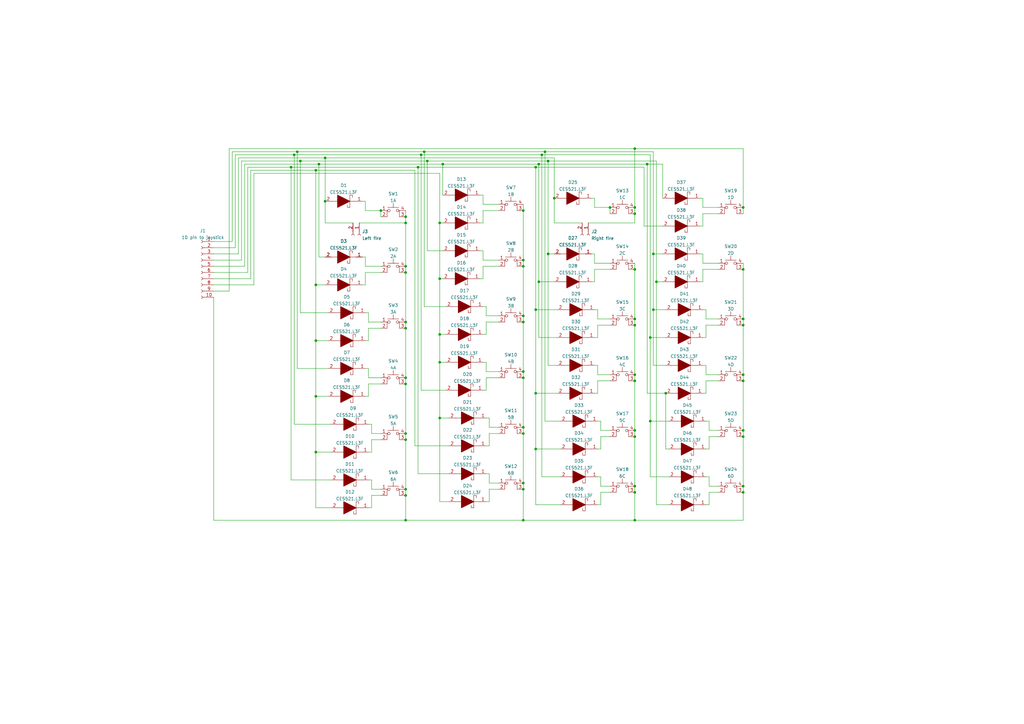
<source format=kicad_sch>
(kicad_sch (version 20211123) (generator eeschema)
  (paper "A3")
  (lib_symbols
    (symbol "Connector:Conn_01x02_Female" (pin_names (offset 1.016) hide)
      (property "Reference" "J" (at 0 2.54 0))
      (property "Value" "Conn_01x02_Female" (at 0 -5.08 0))
      (symbol "Conn_01x02_Female_1_1"
        (pin passive line (at -5.08 0 0) (length 3.81) (name "Pin_1") (number "1"))
        (pin passive line (at -5.08 -2.54 0) (length 3.81) (name "Pin_2") (number "2"))
      )
    )
    (symbol "Connector:Conn_01x10_Female" (pin_names (offset 1.016) hide)
      (property "Reference" "J" (at 0 12.7 0))
      (property "Value" "Conn_01x10_Female" (at 0 -15.24 0))
      (symbol "Conn_01x10_Female_1_1"
        (pin passive line (at -5.08 10.16 0) (length 3.81) (name "Pin_1") (number "1"))
        (pin passive line (at -5.08 -12.7 0) (length 3.81) (name "Pin_10") (number "10"))
        (pin passive line (at -5.08 7.62 0) (length 3.81) (name "Pin_2") (number "2"))
        (pin passive line (at -5.08 5.08 0) (length 3.81) (name "Pin_3") (number "3"))
        (pin passive line (at -5.08 2.54 0) (length 3.81) (name "Pin_4") (number "4"))
        (pin passive line (at -5.08 0 0) (length 3.81) (name "Pin_5") (number "5"))
        (pin passive line (at -5.08 -2.54 0) (length 3.81) (name "Pin_6") (number "6"))
        (pin passive line (at -5.08 -5.08 0) (length 3.81) (name "Pin_7") (number "7"))
        (pin passive line (at -5.08 -7.62 0) (length 3.81) (name "Pin_8") (number "8"))
        (pin passive line (at -5.08 -10.16 0) (length 3.81) (name "Pin_9") (number "9"))
      )
    )
    (symbol "SamaSys:CES521,L3F" (pin_names (offset 0.762))
      (property "Reference" "D" (at 12.7 8.89 0))
      (property "Value" "CES521,L3F" (at 12.7 6.35 0))
      (symbol "CES521,L3F_0_0"
        (pin passive line (at 2.54 0 0) (length 2.54) (name "~") (number "1"))
        (pin passive line (at 17.78 0 180) (length 2.54) (name "~") (number "2"))
      )
    )
    (symbol "Switch:SW_MEC_5E" (pin_names (offset 1.016) hide)
      (property "Reference" "SW" (at 0.635 5.715 0))
      (property "Value" "SW_MEC_5E" (at 0 -3.175 0))
      (symbol "SW_MEC_5E_0_1"
        (pin passive line (at -5.08 2.54 0) (length 2.54) (name "1") (number "1"))
        (pin passive line (at -5.08 0 0) (length 2.54) (name "2") (number "2"))
        (pin passive line (at 5.08 0 180) (length 2.54) (name "K") (number "3"))
        (pin passive line (at 5.08 2.54 180) (length 2.54) (name "A") (number "4"))
      )
    )
  )
  (junction (at 304.8 201.93))
  (junction (at 266.7 172.72))
  (junction (at 304.8 176.53))
  (junction (at 266.7 138.43))
  (junction (at 250.19 85.09))
  (junction (at 304.8 179.07))
  (junction (at 214.63 132.08))
  (junction (at 180.34 137.16))
  (junction (at 214.63 213.36))
  (junction (at 219.71 161.29))
  (junction (at 260.35 60.96))
  (junction (at 166.37 132.08))
  (junction (at 304.8 85.09))
  (junction (at 129.54 116.84))
  (junction (at 166.37 88.9))
  (junction (at 304.8 156.21))
  (junction (at 273.05 161.29))
  (junction (at 260.35 85.09))
  (junction (at 166.37 200.66))
  (junction (at 260.35 87.63))
  (junction (at 304.8 153.67))
  (junction (at 120.65 63.5))
  (junction (at 133.35 64.77))
  (junction (at 171.45 68.58))
  (junction (at 304.8 110.49))
  (junction (at 180.34 114.3))
  (junction (at 123.19 66.04))
  (junction (at 172.72 63.5))
  (junction (at 129.54 185.42))
  (junction (at 156.21 86.36))
  (junction (at 214.63 198.12))
  (junction (at 260.35 179.07))
  (junction (at 260.35 130.81))
  (junction (at 166.37 109.22))
  (junction (at 129.54 69.85))
  (junction (at 166.37 177.8))
  (junction (at 214.63 200.66))
  (junction (at 214.63 154.94))
  (junction (at 304.8 130.81))
  (junction (at 304.8 133.35))
  (junction (at 260.35 176.53))
  (junction (at 121.92 62.23))
  (junction (at 267.97 127))
  (junction (at 269.24 115.57))
  (junction (at 130.81 67.31))
  (junction (at 220.98 67.31))
  (junction (at 214.63 109.22))
  (junction (at 260.35 199.39))
  (junction (at 180.34 91.44))
  (junction (at 166.37 180.34))
  (junction (at 119.38 68.58))
  (junction (at 227.33 81.28))
  (junction (at 224.79 104.14))
  (junction (at 260.35 110.49))
  (junction (at 222.25 63.5))
  (junction (at 214.63 177.8))
  (junction (at 214.63 129.54))
  (junction (at 219.71 127))
  (junction (at 166.37 111.76))
  (junction (at 223.52 62.23))
  (junction (at 214.63 86.36))
  (junction (at 166.37 213.36))
  (junction (at 219.71 68.58))
  (junction (at 260.35 213.36))
  (junction (at 166.37 134.62))
  (junction (at 265.43 67.31))
  (junction (at 129.54 162.56))
  (junction (at 133.35 82.55))
  (junction (at 129.54 139.7))
  (junction (at 220.98 115.57))
  (junction (at 260.35 153.67))
  (junction (at 173.99 62.23))
  (junction (at 180.34 171.45))
  (junction (at 224.79 66.04))
  (junction (at 260.35 133.35))
  (junction (at 166.37 154.94))
  (junction (at 166.37 157.48))
  (junction (at 260.35 156.21))
  (junction (at 180.34 148.59))
  (junction (at 304.8 199.39))
  (junction (at 166.37 91.44))
  (junction (at 260.35 201.93))
  (junction (at 214.63 152.4))
  (junction (at 267.97 104.14))
  (junction (at 214.63 175.26))
  (junction (at 219.71 184.15))
  (junction (at 166.37 203.2))
  (junction (at 214.63 106.68))
  (junction (at 175.26 66.04))
  (junction (at 181.61 67.31))
  (wire (pts (xy 152.4 203.2) (xy 156.21 203.2)))
  (wire (pts (xy 224.79 104.14) (xy 224.79 66.04)))
  (wire (pts (xy 173.99 62.23) (xy 223.52 62.23)))
  (wire (pts (xy 96.52 63.5) (xy 120.65 63.5)))
  (wire (pts (xy 260.35 213.36) (xy 304.8 213.36)))
  (wire (pts (xy 246.38 201.93) (xy 250.19 201.93)))
  (wire (pts (xy 290.83 207.01) (xy 290.83 201.93)))
  (wire (pts (xy 227.33 64.77) (xy 227.33 81.28)))
  (wire (pts (xy 200.66 177.8) (xy 204.47 177.8)))
  (wire (pts (xy 123.19 128.27) (xy 123.19 66.04)))
  (wire (pts (xy 288.29 127) (xy 289.56 127)))
  (wire (pts (xy 289.56 161.29) (xy 289.56 156.21)))
  (wire (pts (xy 287.02 81.28) (xy 288.29 81.28)))
  (wire (pts (xy 229.87 172.72) (xy 223.52 172.72)))
  (wire (pts (xy 290.83 199.39) (xy 294.64 199.39)))
  (wire (pts (xy 156.21 86.36) (xy 156.21 88.9)))
  (wire (pts (xy 267.97 149.86) (xy 267.97 127)))
  (wire (pts (xy 246.38 195.58) (xy 246.38 199.39)))
  (wire (pts (xy 199.39 137.16) (xy 199.39 132.08)))
  (wire (pts (xy 180.34 114.3) (xy 181.61 114.3)))
  (wire (pts (xy 264.16 68.58) (xy 264.16 92.71)))
  (wire (pts (xy 87.63 111.76) (xy 101.6 111.76)))
  (wire (pts (xy 219.71 161.29) (xy 219.71 184.15)))
  (wire (pts (xy 121.92 151.13) (xy 121.92 62.23)))
  (wire (pts (xy 287.02 104.14) (xy 288.29 104.14)))
  (wire (pts (xy 166.37 157.48) (xy 166.37 177.8)))
  (wire (pts (xy 273.05 161.29) (xy 265.43 161.29)))
  (wire (pts (xy 273.05 149.86) (xy 267.97 149.86)))
  (wire (pts (xy 198.12 125.73) (xy 199.39 125.73)))
  (wire (pts (xy 266.7 172.72) (xy 274.32 172.72)))
  (wire (pts (xy 151.13 132.08) (xy 156.21 132.08)))
  (wire (pts (xy 245.11 127) (xy 245.11 130.81)))
  (wire (pts (xy 229.87 184.15) (xy 219.71 184.15)))
  (wire (pts (xy 148.59 116.84) (xy 149.86 116.84)))
  (wire (pts (xy 214.63 177.8) (xy 214.63 198.12)))
  (wire (pts (xy 180.34 205.74) (xy 184.15 205.74)))
  (wire (pts (xy 260.35 110.49) (xy 260.35 130.81)))
  (wire (pts (xy 151.13 134.62) (xy 156.21 134.62)))
  (wire (pts (xy 246.38 199.39) (xy 250.19 199.39)))
  (wire (pts (xy 180.34 91.44) (xy 181.61 91.44)))
  (wire (pts (xy 304.8 85.09) (xy 304.8 60.96)))
  (wire (pts (xy 152.4 196.85) (xy 152.4 200.66)))
  (wire (pts (xy 288.29 85.09) (xy 294.64 85.09)))
  (wire (pts (xy 289.56 184.15) (xy 290.83 184.15)))
  (wire (pts (xy 166.37 180.34) (xy 166.37 200.66)))
  (wire (pts (xy 228.6 138.43) (xy 220.98 138.43)))
  (wire (pts (xy 269.24 115.57) (xy 269.24 207.01)))
  (wire (pts (xy 304.8 201.93) (xy 304.8 213.36)))
  (wire (pts (xy 99.06 66.04) (xy 123.19 66.04)))
  (wire (pts (xy 180.34 171.45) (xy 180.34 205.74)))
  (wire (pts (xy 214.63 213.36) (xy 260.35 213.36)))
  (wire (pts (xy 99.06 106.68) (xy 99.06 66.04)))
  (wire (pts (xy 220.98 67.31) (xy 265.43 67.31)))
  (wire (pts (xy 219.71 207.01) (xy 219.71 184.15)))
  (wire (pts (xy 222.25 63.5) (xy 266.7 63.5)))
  (wire (pts (xy 219.71 68.58) (xy 264.16 68.58)))
  (wire (pts (xy 130.81 105.41) (xy 130.81 67.31)))
  (wire (pts (xy 97.79 104.14) (xy 97.79 64.77)))
  (wire (pts (xy 227.33 104.14) (xy 224.79 104.14)))
  (wire (pts (xy 166.37 200.66) (xy 166.37 203.2)))
  (wire (pts (xy 120.65 173.99) (xy 120.65 63.5)))
  (wire (pts (xy 180.34 137.16) (xy 182.88 137.16)))
  (wire (pts (xy 199.39 182.88) (xy 200.66 182.88)))
  (wire (pts (xy 170.18 182.88) (xy 184.15 182.88)))
  (wire (pts (xy 224.79 149.86) (xy 224.79 104.14)))
  (wire (pts (xy 175.26 102.87) (xy 175.26 66.04)))
  (wire (pts (xy 180.34 91.44) (xy 180.34 114.3)))
  (wire (pts (xy 170.18 69.85) (xy 170.18 182.88)))
  (wire (pts (xy 269.24 66.04) (xy 269.24 115.57)))
  (wire (pts (xy 228.6 161.29) (xy 219.71 161.29)))
  (wire (pts (xy 227.33 115.57) (xy 220.98 115.57)))
  (wire (pts (xy 199.39 129.54) (xy 204.47 129.54)))
  (wire (pts (xy 149.86 116.84) (xy 149.86 111.76)))
  (wire (pts (xy 87.63 109.22) (xy 100.33 109.22)))
  (wire (pts (xy 245.11 133.35) (xy 250.19 133.35)))
  (wire (pts (xy 199.39 125.73) (xy 199.39 129.54)))
  (wire (pts (xy 224.79 66.04) (xy 269.24 66.04)))
  (wire (pts (xy 133.35 105.41) (xy 130.81 105.41)))
  (wire (pts (xy 152.4 180.34) (xy 156.21 180.34)))
  (wire (pts (xy 260.35 199.39) (xy 260.35 201.93)))
  (wire (pts (xy 198.12 106.68) (xy 204.47 106.68)))
  (wire (pts (xy 104.14 71.12) (xy 180.34 71.12)))
  (wire (pts (xy 151.13 139.7) (xy 151.13 134.62)))
  (wire (pts (xy 200.66 194.31) (xy 200.66 198.12)))
  (wire (pts (xy 198.12 91.44) (xy 198.12 86.36)))
  (wire (pts (xy 171.45 194.31) (xy 171.45 68.58)))
  (wire (pts (xy 245.11 156.21) (xy 250.19 156.21)))
  (wire (pts (xy 151.13 173.99) (xy 152.4 173.99)))
  (wire (pts (xy 246.38 179.07) (xy 250.19 179.07)))
  (wire (pts (xy 148.59 82.55) (xy 149.86 82.55)))
  (wire (pts (xy 87.63 213.36) (xy 166.37 213.36)))
  (wire (pts (xy 151.13 162.56) (xy 151.13 157.48)))
  (wire (pts (xy 260.35 179.07) (xy 260.35 199.39)))
  (wire (pts (xy 243.84 85.09) (xy 250.19 85.09)))
  (wire (pts (xy 304.8 176.53) (xy 304.8 179.07)))
  (wire (pts (xy 243.84 149.86) (xy 245.11 149.86)))
  (wire (pts (xy 223.52 172.72) (xy 223.52 62.23)))
  (wire (pts (xy 200.66 200.66) (xy 204.47 200.66)))
  (wire (pts (xy 260.35 60.96) (xy 260.35 85.09)))
  (wire (pts (xy 119.38 196.85) (xy 119.38 68.58)))
  (wire (pts (xy 246.38 184.15) (xy 246.38 179.07)))
  (wire (pts (xy 288.29 87.63) (xy 294.64 87.63)))
  (wire (pts (xy 129.54 162.56) (xy 129.54 185.42)))
  (wire (pts (xy 267.97 62.23) (xy 267.97 104.14)))
  (wire (pts (xy 152.4 200.66) (xy 156.21 200.66)))
  (wire (pts (xy 129.54 69.85) (xy 170.18 69.85)))
  (wire (pts (xy 87.63 116.84) (xy 104.14 116.84)))
  (wire (pts (xy 304.8 156.21) (xy 304.8 176.53)))
  (wire (pts (xy 171.45 68.58) (xy 219.71 68.58)))
  (wire (pts (xy 245.11 207.01) (xy 246.38 207.01)))
  (wire (pts (xy 246.38 207.01) (xy 246.38 201.93)))
  (wire (pts (xy 129.54 162.56) (xy 134.62 162.56)))
  (wire (pts (xy 166.37 132.08) (xy 166.37 134.62)))
  (wire (pts (xy 102.87 69.85) (xy 129.54 69.85)))
  (wire (pts (xy 242.57 115.57) (xy 243.84 115.57)))
  (wire (pts (xy 214.63 200.66) (xy 214.63 213.36)))
  (wire (pts (xy 152.4 173.99) (xy 152.4 177.8)))
  (wire (pts (xy 245.11 153.67) (xy 250.19 153.67)))
  (wire (pts (xy 199.39 205.74) (xy 200.66 205.74)))
  (wire (pts (xy 87.63 106.68) (xy 99.06 106.68)))
  (wire (pts (xy 227.33 91.44) (xy 227.33 81.28)))
  (wire (pts (xy 198.12 114.3) (xy 198.12 109.22)))
  (wire (pts (xy 229.87 207.01) (xy 219.71 207.01)))
  (wire (pts (xy 214.63 86.36) (xy 214.63 106.68)))
  (wire (pts (xy 151.13 196.85) (xy 152.4 196.85)))
  (wire (pts (xy 290.83 179.07) (xy 294.64 179.07)))
  (wire (pts (xy 181.61 67.31) (xy 181.61 80.01)))
  (wire (pts (xy 135.89 196.85) (xy 119.38 196.85)))
  (wire (pts (xy 260.35 176.53) (xy 260.35 179.07)))
  (wire (pts (xy 274.32 195.58) (xy 266.7 195.58)))
  (wire (pts (xy 129.54 185.42) (xy 135.89 185.42)))
  (wire (pts (xy 241.3 91.44) (xy 260.35 91.44)))
  (wire (pts (xy 151.13 151.13) (xy 151.13 154.94)))
  (wire (pts (xy 200.66 182.88) (xy 200.66 177.8)))
  (wire (pts (xy 166.37 91.44) (xy 166.37 109.22)))
  (wire (pts (xy 123.19 66.04) (xy 175.26 66.04)))
  (wire (pts (xy 266.7 138.43) (xy 266.7 172.72)))
  (wire (pts (xy 214.63 198.12) (xy 214.63 200.66)))
  (wire (pts (xy 260.35 107.95) (xy 260.35 110.49)))
  (wire (pts (xy 198.12 83.82) (xy 204.47 83.82)))
  (wire (pts (xy 96.52 101.6) (xy 96.52 63.5)))
  (wire (pts (xy 304.8 85.09) (xy 304.8 87.63)))
  (wire (pts (xy 152.4 208.28) (xy 152.4 203.2)))
  (wire (pts (xy 87.63 104.14) (xy 97.79 104.14)))
  (wire (pts (xy 289.56 195.58) (xy 290.83 195.58)))
  (wire (pts (xy 269.24 115.57) (xy 271.78 115.57)))
  (wire (pts (xy 289.56 156.21) (xy 294.64 156.21)))
  (wire (pts (xy 151.13 185.42) (xy 152.4 185.42)))
  (wire (pts (xy 95.25 62.23) (xy 121.92 62.23)))
  (wire (pts (xy 180.34 171.45) (xy 184.15 171.45)))
  (wire (pts (xy 184.15 194.31) (xy 171.45 194.31)))
  (wire (pts (xy 180.34 71.12) (xy 180.34 91.44)))
  (wire (pts (xy 149.86 111.76) (xy 156.21 111.76)))
  (wire (pts (xy 149.86 151.13) (xy 151.13 151.13)))
  (wire (pts (xy 274.32 184.15) (xy 273.05 184.15)))
  (wire (pts (xy 267.97 127) (xy 267.97 104.14)))
  (wire (pts (xy 245.11 138.43) (xy 245.11 133.35)))
  (wire (pts (xy 219.71 127) (xy 219.71 161.29)))
  (wire (pts (xy 104.14 116.84) (xy 104.14 71.12)))
  (wire (pts (xy 119.38 68.58) (xy 171.45 68.58)))
  (wire (pts (xy 133.35 64.77) (xy 227.33 64.77)))
  (wire (pts (xy 228.6 127) (xy 219.71 127)))
  (wire (pts (xy 289.56 138.43) (xy 289.56 133.35)))
  (wire (pts (xy 289.56 149.86) (xy 289.56 153.67)))
  (wire (pts (xy 87.63 119.38) (xy 93.98 119.38)))
  (wire (pts (xy 166.37 88.9) (xy 166.37 91.44)))
  (wire (pts (xy 196.85 91.44) (xy 198.12 91.44)))
  (wire (pts (xy 199.39 132.08) (xy 204.47 132.08)))
  (wire (pts (xy 273.05 184.15) (xy 273.05 161.29)))
  (wire (pts (xy 243.84 115.57) (xy 243.84 110.49)))
  (wire (pts (xy 245.11 184.15) (xy 246.38 184.15)))
  (wire (pts (xy 149.86 128.27) (xy 151.13 128.27)))
  (wire (pts (xy 260.35 153.67) (xy 260.35 156.21)))
  (wire (pts (xy 288.29 107.95) (xy 294.64 107.95)))
  (wire (pts (xy 149.86 139.7) (xy 151.13 139.7)))
  (wire (pts (xy 151.13 208.28) (xy 152.4 208.28)))
  (wire (pts (xy 266.7 172.72) (xy 266.7 195.58)))
  (wire (pts (xy 260.35 133.35) (xy 260.35 153.67)))
  (wire (pts (xy 265.43 161.29) (xy 265.43 67.31)))
  (wire (pts (xy 267.97 104.14) (xy 271.78 104.14)))
  (wire (pts (xy 166.37 213.36) (xy 214.63 213.36)))
  (wire (pts (xy 289.56 133.35) (xy 294.64 133.35)))
  (wire (pts (xy 288.29 104.14) (xy 288.29 107.95)))
  (wire (pts (xy 246.38 176.53) (xy 250.19 176.53)))
  (wire (pts (xy 243.84 138.43) (xy 245.11 138.43)))
  (wire (pts (xy 93.98 119.38) (xy 93.98 60.96)))
  (wire (pts (xy 149.86 109.22) (xy 156.21 109.22)))
  (wire (pts (xy 147.32 91.44) (xy 166.37 91.44)))
  (wire (pts (xy 129.54 139.7) (xy 134.62 139.7)))
  (wire (pts (xy 149.86 105.41) (xy 149.86 109.22)))
  (wire (pts (xy 181.61 102.87) (xy 175.26 102.87)))
  (wire (pts (xy 180.34 137.16) (xy 180.34 148.59)))
  (wire (pts (xy 129.54 116.84) (xy 133.35 116.84)))
  (wire (pts (xy 200.66 205.74) (xy 200.66 200.66)))
  (wire (pts (xy 144.78 91.44) (xy 133.35 91.44)))
  (wire (pts (xy 214.63 109.22) (xy 214.63 129.54)))
  (wire (pts (xy 288.29 149.86) (xy 289.56 149.86)))
  (wire (pts (xy 198.12 86.36) (xy 204.47 86.36)))
  (wire (pts (xy 133.35 91.44) (xy 133.35 82.55)))
  (wire (pts (xy 135.89 173.99) (xy 120.65 173.99)))
  (wire (pts (xy 289.56 207.01) (xy 290.83 207.01)))
  (wire (pts (xy 243.84 107.95) (xy 250.19 107.95)))
  (wire (pts (xy 242.57 81.28) (xy 243.84 81.28)))
  (wire (pts (xy 287.02 92.71) (xy 288.29 92.71)))
  (wire (pts (xy 264.16 92.71) (xy 271.78 92.71)))
  (wire (pts (xy 166.37 109.22) (xy 166.37 111.76)))
  (wire (pts (xy 290.83 176.53) (xy 294.64 176.53)))
  (wire (pts (xy 152.4 185.42) (xy 152.4 180.34)))
  (wire (pts (xy 121.92 62.23) (xy 173.99 62.23)))
  (wire (pts (xy 120.65 63.5) (xy 172.72 63.5)))
  (wire (pts (xy 250.19 85.09) (xy 250.19 87.63)))
  (wire (pts (xy 129.54 69.85) (xy 129.54 116.84)))
  (wire (pts (xy 229.87 195.58) (xy 222.25 195.58)))
  (wire (pts (xy 245.11 130.81) (xy 250.19 130.81)))
  (wire (pts (xy 220.98 67.31) (xy 220.98 115.57)))
  (wire (pts (xy 290.83 184.15) (xy 290.83 179.07)))
  (wire (pts (xy 246.38 172.72) (xy 246.38 176.53)))
  (wire (pts (xy 260.35 130.81) (xy 260.35 133.35)))
  (wire (pts (xy 243.84 161.29) (xy 245.11 161.29)))
  (wire (pts (xy 93.98 60.96) (xy 260.35 60.96)))
  (wire (pts (xy 198.12 102.87) (xy 198.12 106.68)))
  (wire (pts (xy 182.88 160.02) (xy 172.72 160.02)))
  (wire (pts (xy 287.02 115.57) (xy 288.29 115.57)))
  (wire (pts (xy 271.78 67.31) (xy 271.78 81.28)))
  (wire (pts (xy 304.8 153.67) (xy 304.8 156.21)))
  (wire (pts (xy 199.39 194.31) (xy 200.66 194.31)))
  (wire (pts (xy 266.7 138.43) (xy 273.05 138.43)))
  (wire (pts (xy 198.12 137.16) (xy 199.39 137.16)))
  (wire (pts (xy 149.86 82.55) (xy 149.86 86.36)))
  (wire (pts (xy 288.29 161.29) (xy 289.56 161.29)))
  (wire (pts (xy 166.37 111.76) (xy 166.37 132.08)))
  (wire (pts (xy 181.61 67.31) (xy 220.98 67.31)))
  (wire (pts (xy 199.39 152.4) (xy 204.47 152.4)))
  (wire (pts (xy 243.84 104.14) (xy 243.84 107.95)))
  (wire (pts (xy 166.37 177.8) (xy 166.37 180.34)))
  (wire (pts (xy 304.8 130.81) (xy 304.8 133.35)))
  (wire (pts (xy 87.63 99.06) (xy 95.25 99.06)))
  (wire (pts (xy 269.24 207.01) (xy 274.32 207.01)))
  (wire (pts (xy 214.63 132.08) (xy 214.63 152.4)))
  (wire (pts (xy 166.37 154.94) (xy 166.37 157.48)))
  (wire (pts (xy 199.39 160.02) (xy 199.39 154.94)))
  (wire (pts (xy 198.12 148.59) (xy 199.39 148.59)))
  (wire (pts (xy 182.88 125.73) (xy 173.99 125.73)))
  (wire (pts (xy 196.85 102.87) (xy 198.12 102.87)))
  (wire (pts (xy 149.86 86.36) (xy 156.21 86.36)))
  (wire (pts (xy 260.35 85.09) (xy 260.35 87.63)))
  (wire (pts (xy 87.63 101.6) (xy 96.52 101.6)))
  (wire (pts (xy 228.6 149.86) (xy 224.79 149.86)))
  (wire (pts (xy 289.56 153.67) (xy 294.64 153.67)))
  (wire (pts (xy 198.12 109.22) (xy 204.47 109.22)))
  (wire (pts (xy 242.57 104.14) (xy 243.84 104.14)))
  (wire (pts (xy 175.26 66.04) (xy 224.79 66.04)))
  (wire (pts (xy 222.25 195.58) (xy 222.25 63.5)))
  (wire (pts (xy 260.35 91.44) (xy 260.35 87.63)))
  (wire (pts (xy 289.56 130.81) (xy 294.64 130.81)))
  (wire (pts (xy 245.11 172.72) (xy 246.38 172.72)))
  (wire (pts (xy 151.13 154.94) (xy 156.21 154.94)))
  (wire (pts (xy 288.29 81.28) (xy 288.29 85.09)))
  (wire (pts (xy 245.11 161.29) (xy 245.11 156.21)))
  (wire (pts (xy 134.62 151.13) (xy 121.92 151.13)))
  (wire (pts (xy 260.35 60.96) (xy 304.8 60.96)))
  (wire (pts (xy 152.4 177.8) (xy 156.21 177.8)))
  (wire (pts (xy 266.7 63.5) (xy 266.7 138.43)))
  (wire (pts (xy 288.29 110.49) (xy 294.64 110.49)))
  (wire (pts (xy 148.59 105.41) (xy 149.86 105.41)))
  (wire (pts (xy 180.34 148.59) (xy 180.34 171.45)))
  (wire (pts (xy 135.89 208.28) (xy 129.54 208.28)))
  (wire (pts (xy 260.35 156.21) (xy 260.35 176.53)))
  (wire (pts (xy 304.8 133.35) (xy 304.8 153.67)))
  (wire (pts (xy 220.98 138.43) (xy 220.98 115.57)))
  (wire (pts (xy 101.6 111.76) (xy 101.6 68.58)))
  (wire (pts (xy 214.63 106.68) (xy 214.63 109.22)))
  (wire (pts (xy 87.63 213.36) (xy 87.63 121.92)))
  (wire (pts (xy 214.63 175.26) (xy 214.63 177.8)))
  (wire (pts (xy 223.52 62.23) (xy 267.97 62.23)))
  (wire (pts (xy 129.54 116.84) (xy 129.54 139.7)))
  (wire (pts (xy 214.63 83.82) (xy 214.63 86.36)))
  (wire (pts (xy 200.66 198.12) (xy 204.47 198.12)))
  (wire (pts (xy 214.63 154.94) (xy 214.63 175.26)))
  (wire (pts (xy 290.83 201.93) (xy 294.64 201.93)))
  (wire (pts (xy 200.66 175.26) (xy 204.47 175.26)))
  (wire (pts (xy 172.72 63.5) (xy 222.25 63.5)))
  (wire (pts (xy 151.13 157.48) (xy 156.21 157.48)))
  (wire (pts (xy 304.8 179.07) (xy 304.8 199.39)))
  (wire (pts (xy 304.8 110.49) (xy 304.8 130.81)))
  (wire (pts (xy 238.76 91.44) (xy 227.33 91.44)))
  (wire (pts (xy 245.11 149.86) (xy 245.11 153.67)))
  (wire (pts (xy 290.83 172.72) (xy 290.83 176.53)))
  (wire (pts (xy 180.34 148.59) (xy 182.88 148.59)))
  (wire (pts (xy 214.63 152.4) (xy 214.63 154.94)))
  (wire (pts (xy 102.87 114.3) (xy 102.87 69.85)))
  (wire (pts (xy 166.37 86.36) (xy 166.37 88.9)))
  (wire (pts (xy 289.56 172.72) (xy 290.83 172.72)))
  (wire (pts (xy 288.29 138.43) (xy 289.56 138.43)))
  (wire (pts (xy 290.83 195.58) (xy 290.83 199.39)))
  (wire (pts (xy 133.35 64.77) (xy 133.35 82.55)))
  (wire (pts (xy 200.66 171.45) (xy 200.66 175.26)))
  (wire (pts (xy 100.33 109.22) (xy 100.33 67.31)))
  (wire (pts (xy 219.71 127) (xy 219.71 68.58)))
  (wire (pts (xy 180.34 114.3) (xy 180.34 137.16)))
  (wire (pts (xy 199.39 154.94) (xy 204.47 154.94)))
  (wire (pts (xy 166.37 134.62) (xy 166.37 154.94)))
  (wire (pts (xy 265.43 67.31) (xy 271.78 67.31)))
  (wire (pts (xy 243.84 110.49) (xy 250.19 110.49)))
  (wire (pts (xy 87.63 114.3) (xy 102.87 114.3)))
  (wire (pts (xy 245.11 195.58) (xy 246.38 195.58)))
  (wire (pts (xy 198.12 160.02) (xy 199.39 160.02)))
  (wire (pts (xy 199.39 171.45) (xy 200.66 171.45)))
  (wire (pts (xy 288.29 92.71) (xy 288.29 87.63)))
  (wire (pts (xy 166.37 203.2) (xy 166.37 213.36)))
  (wire (pts (xy 129.54 208.28) (xy 129.54 185.42)))
  (wire (pts (xy 304.8 199.39) (xy 304.8 201.93)))
  (wire (pts (xy 101.6 68.58) (xy 119.38 68.58)))
  (wire (pts (xy 267.97 127) (xy 273.05 127)))
  (wire (pts (xy 130.81 67.31) (xy 181.61 67.31)))
  (wire (pts (xy 151.13 128.27) (xy 151.13 132.08)))
  (wire (pts (xy 149.86 162.56) (xy 151.13 162.56)))
  (wire (pts (xy 196.85 80.01) (xy 198.12 80.01)))
  (wire (pts (xy 288.29 115.57) (xy 288.29 110.49)))
  (wire (pts (xy 173.99 125.73) (xy 173.99 62.23)))
  (wire (pts (xy 243.84 81.28) (xy 243.84 85.09)))
  (wire (pts (xy 260.35 201.93) (xy 260.35 213.36)))
  (wire (pts (xy 100.33 67.31) (xy 130.81 67.31)))
  (wire (pts (xy 134.62 128.27) (xy 123.19 128.27)))
  (wire (pts (xy 129.54 139.7) (xy 129.54 162.56)))
  (wire (pts (xy 172.72 160.02) (xy 172.72 63.5)))
  (wire (pts (xy 97.79 64.77) (xy 133.35 64.77)))
  (wire (pts (xy 243.84 127) (xy 245.11 127)))
  (wire (pts (xy 196.85 114.3) (xy 198.12 114.3)))
  (wire (pts (xy 198.12 80.01) (xy 198.12 83.82)))
  (wire (pts (xy 214.63 129.54) (xy 214.63 132.08)))
  (wire (pts (xy 199.39 148.59) (xy 199.39 152.4)))
  (wire (pts (xy 289.56 127) (xy 289.56 130.81)))
  (wire (pts (xy 304.8 107.95) (xy 304.8 110.49)))
  (wire (pts (xy 95.25 99.06) (xy 95.25 62.23)))
  (symbol (lib_id "Switch:SW_MEC_5E") (at 255.27 179.07 0) (unit 1)
    (property "Reference" "SW17" (at 255.27 169.6425 0))
    (property "Value" "5C" (at 255.27 172.4176 0))
    (property "Footprint" "CheshBits:MicroTactile" (effects hide))
    (property "Datasheet" "http://www.apem.com/int/index.php?controller=attachment&id_attachment=1371" (effects hide))
  )
  (symbol (lib_id "Switch:SW_MEC_5E") (at 299.72 87.63 0) (unit 1)
    (property "Reference" "SW19" (at 299.72 78.2025 0))
    (property "Value" "1D" (at 299.72 80.9776 0))
    (property "Footprint" "CheshBits:MicroTactile" (effects hide))
    (property "Datasheet" "http://www.apem.com/int/index.php?controller=attachment&id_attachment=1371" (effects hide))
  )
  (symbol (lib_id "SamaSys:CES521,L3F") (at 201.93 182.88 180) (unit 1)
    (property "Reference" "D22" (at 191.77 176.3735 0))
    (property "Value" "CES521,L3F" (at 191.77 179.1486 0))
    (property "Footprint" "Diode_SMD:D_SOD-523" (effects hide))
    (property "Datasheet" "http://toshiba.semicon-storage.com/info/docget.jsp?did=7054&prodName=CES521" (effects hide))
    (property "Description" "Schottky Diodes & Rectifiers SM Sig Schotky Diode 30 VR 0.2A 1 Circuit" (effects hide))
    (property "Height" "0.7" (effects hide))
    (property "Manufacturer_Name" "Toshiba" (effects hide))
    (property "Manufacturer_Part_Number" "CES521,L3F" (effects hide))
    (property "Mouser Part Number" "757-CES521L3F" (effects hide))
    (property "Mouser Price/Stock" "https://www.mouser.co.uk/ProductDetail/Toshiba/CES521L3F?qs=%252B8yZ8wZTKG4XxrwXbkAgcg%3D%3D" (effects hide))
    (property "Arrow Part Number" "CES521,L3F" (effects hide))
    (property "Arrow Price/Stock" "https://www.arrow.com/en/products/ces521l3f/toshiba?region=nac" (effects hide))
  )
  (symbol (lib_id "SamaSys:CES521,L3F") (at 246.38 127 180) (unit 1)
    (property "Reference" "D29" (at 236.22 120.4935 0))
    (property "Value" "CES521,L3F" (at 236.22 123.2686 0))
    (property "Footprint" "Diode_SMD:D_SOD-523" (effects hide))
    (property "Datasheet" "http://toshiba.semicon-storage.com/info/docget.jsp?did=7054&prodName=CES521" (effects hide))
    (property "Description" "Schottky Diodes & Rectifiers SM Sig Schotky Diode 30 VR 0.2A 1 Circuit" (effects hide))
    (property "Height" "0.7" (effects hide))
    (property "Manufacturer_Name" "Toshiba" (effects hide))
    (property "Manufacturer_Part_Number" "CES521,L3F" (effects hide))
    (property "Mouser Part Number" "757-CES521L3F" (effects hide))
    (property "Mouser Price/Stock" "https://www.mouser.co.uk/ProductDetail/Toshiba/CES521L3F?qs=%252B8yZ8wZTKG4XxrwXbkAgcg%3D%3D" (effects hide))
    (property "Arrow Part Number" "CES521,L3F" (effects hide))
    (property "Arrow Price/Stock" "https://www.arrow.com/en/products/ces521l3f/toshiba?region=nac" (effects hide))
  )
  (symbol (lib_id "Switch:SW_MEC_5E") (at 161.29 88.9 0) (unit 1)
    (property "Reference" "SW1" (at 161.29 79.4725 0))
    (property "Value" "1A" (at 161.29 82.2476 0))
    (property "Footprint" "CheshBits:MicroTactile" (effects hide))
    (property "Datasheet" "http://www.apem.com/int/index.php?controller=attachment&id_attachment=1371" (effects hide))
  )
  (symbol (lib_id "SamaSys:CES521,L3F") (at 290.83 161.29 180) (unit 1)
    (property "Reference" "D44" (at 280.67 154.7835 0))
    (property "Value" "CES521,L3F" (at 280.67 157.5586 0))
    (property "Footprint" "Diode_SMD:D_SOD-523" (effects hide))
    (property "Datasheet" "http://toshiba.semicon-storage.com/info/docget.jsp?did=7054&prodName=CES521" (effects hide))
    (property "Description" "Schottky Diodes & Rectifiers SM Sig Schotky Diode 30 VR 0.2A 1 Circuit" (effects hide))
    (property "Height" "0.7" (effects hide))
    (property "Manufacturer_Name" "Toshiba" (effects hide))
    (property "Manufacturer_Part_Number" "CES521,L3F" (effects hide))
    (property "Mouser Part Number" "757-CES521L3F" (effects hide))
    (property "Mouser Price/Stock" "https://www.mouser.co.uk/ProductDetail/Toshiba/CES521L3F?qs=%252B8yZ8wZTKG4XxrwXbkAgcg%3D%3D" (effects hide))
    (property "Arrow Part Number" "CES521,L3F" (effects hide))
    (property "Arrow Price/Stock" "https://www.arrow.com/en/products/ces521l3f/toshiba?region=nac" (effects hide))
  )
  (symbol (lib_id "Switch:SW_MEC_5E") (at 161.29 180.34 0) (unit 1)
    (property "Reference" "SW5" (at 161.29 170.9125 0))
    (property "Value" "5A" (at 161.29 173.6876 0))
    (property "Footprint" "CheshBits:MicroTactile" (effects hide))
    (property "Datasheet" "http://www.apem.com/int/index.php?controller=attachment&id_attachment=1371" (effects hide))
  )
  (symbol (lib_id "Switch:SW_MEC_5E") (at 255.27 87.63 0) (unit 1)
    (property "Reference" "SW13" (at 255.27 78.2025 0))
    (property "Value" "1C" (at 255.27 80.9776 0))
    (property "Footprint" "CheshBits:MicroTactile" (effects hide))
    (property "Datasheet" "http://www.apem.com/int/index.php?controller=attachment&id_attachment=1371" (effects hide))
  )
  (symbol (lib_id "SamaSys:CES521,L3F") (at 199.39 102.87 180) (unit 1)
    (property "Reference" "D15" (at 189.23 96.3635 0))
    (property "Value" "CES521,L3F" (at 189.23 99.1386 0))
    (property "Footprint" "Diode_SMD:D_SOD-523" (effects hide))
    (property "Datasheet" "http://toshiba.semicon-storage.com/info/docget.jsp?did=7054&prodName=CES521" (effects hide))
    (property "Description" "Schottky Diodes & Rectifiers SM Sig Schotky Diode 30 VR 0.2A 1 Circuit" (effects hide))
    (property "Height" "0.7" (effects hide))
    (property "Manufacturer_Name" "Toshiba" (effects hide))
    (property "Manufacturer_Part_Number" "CES521,L3F" (effects hide))
    (property "Mouser Part Number" "757-CES521L3F" (effects hide))
    (property "Mouser Price/Stock" "https://www.mouser.co.uk/ProductDetail/Toshiba/CES521L3F?qs=%252B8yZ8wZTKG4XxrwXbkAgcg%3D%3D" (effects hide))
    (property "Arrow Part Number" "CES521,L3F" (effects hide))
    (property "Arrow Price/Stock" "https://www.arrow.com/en/products/ces521l3f/toshiba?region=nac" (effects hide))
  )
  (symbol (lib_id "SamaSys:CES521,L3F") (at 289.56 92.71 180) (unit 1)
    (property "Reference" "D38" (at 279.4 86.2035 0))
    (property "Value" "CES521,L3F" (at 279.4 88.9786 0))
    (property "Footprint" "Diode_SMD:D_SOD-523" (effects hide))
    (property "Datasheet" "http://toshiba.semicon-storage.com/info/docget.jsp?did=7054&prodName=CES521" (effects hide))
    (property "Description" "Schottky Diodes & Rectifiers SM Sig Schotky Diode 30 VR 0.2A 1 Circuit" (effects hide))
    (property "Height" "0.7" (effects hide))
    (property "Manufacturer_Name" "Toshiba" (effects hide))
    (property "Manufacturer_Part_Number" "CES521,L3F" (effects hide))
    (property "Mouser Part Number" "757-CES521L3F" (effects hide))
    (property "Mouser Price/Stock" "https://www.mouser.co.uk/ProductDetail/Toshiba/CES521L3F?qs=%252B8yZ8wZTKG4XxrwXbkAgcg%3D%3D" (effects hide))
    (property "Arrow Part Number" "CES521,L3F" (effects hide))
    (property "Arrow Price/Stock" "https://www.arrow.com/en/products/ces521l3f/toshiba?region=nac" (effects hide))
  )
  (symbol (lib_id "SamaSys:CES521,L3F") (at 151.13 116.84 180) (unit 1)
    (property "Reference" "D4" (at 140.97 110.3335 0))
    (property "Value" "CES521,L3F" (at 140.97 113.1086 0))
    (property "Footprint" "Diode_SMD:D_SOD-523" (effects hide))
    (property "Datasheet" "http://toshiba.semicon-storage.com/info/docget.jsp?did=7054&prodName=CES521" (effects hide))
    (property "Description" "Schottky Diodes & Rectifiers SM Sig Schotky Diode 30 VR 0.2A 1 Circuit" (effects hide))
    (property "Height" "0.7" (effects hide))
    (property "Manufacturer_Name" "Toshiba" (effects hide))
    (property "Manufacturer_Part_Number" "CES521,L3F" (effects hide))
    (property "Mouser Part Number" "757-CES521L3F" (effects hide))
    (property "Mouser Price/Stock" "https://www.mouser.co.uk/ProductDetail/Toshiba/CES521L3F?qs=%252B8yZ8wZTKG4XxrwXbkAgcg%3D%3D" (effects hide))
    (property "Arrow Part Number" "CES521,L3F" (effects hide))
    (property "Arrow Price/Stock" "https://www.arrow.com/en/products/ces521l3f/toshiba?region=nac" (effects hide))
  )
  (symbol (lib_id "SamaSys:CES521,L3F") (at 247.65 195.58 180) (unit 1)
    (property "Reference" "D35" (at 237.49 189.0735 0))
    (property "Value" "CES521,L3F" (at 237.49 191.8486 0))
    (property "Footprint" "Diode_SMD:D_SOD-523" (effects hide))
    (property "Datasheet" "http://toshiba.semicon-storage.com/info/docget.jsp?did=7054&prodName=CES521" (effects hide))
    (property "Description" "Schottky Diodes & Rectifiers SM Sig Schotky Diode 30 VR 0.2A 1 Circuit" (effects hide))
    (property "Height" "0.7" (effects hide))
    (property "Manufacturer_Name" "Toshiba" (effects hide))
    (property "Manufacturer_Part_Number" "CES521,L3F" (effects hide))
    (property "Mouser Part Number" "757-CES521L3F" (effects hide))
    (property "Mouser Price/Stock" "https://www.mouser.co.uk/ProductDetail/Toshiba/CES521L3F?qs=%252B8yZ8wZTKG4XxrwXbkAgcg%3D%3D" (effects hide))
    (property "Arrow Part Number" "CES521,L3F" (effects hide))
    (property "Arrow Price/Stock" "https://www.arrow.com/en/products/ces521l3f/toshiba?region=nac" (effects hide))
  )
  (symbol (lib_id "SamaSys:CES521,L3F") (at 201.93 194.31 180) (unit 1)
    (property "Reference" "D23" (at 191.77 187.8035 0))
    (property "Value" "CES521,L3F" (at 191.77 190.5786 0))
    (property "Footprint" "Diode_SMD:D_SOD-523" (effects hide))
    (property "Datasheet" "http://toshiba.semicon-storage.com/info/docget.jsp?did=7054&prodName=CES521" (effects hide))
    (property "Description" "Schottky Diodes & Rectifiers SM Sig Schotky Diode 30 VR 0.2A 1 Circuit" (effects hide))
    (property "Height" "0.7" (effects hide))
    (property "Manufacturer_Name" "Toshiba" (effects hide))
    (property "Manufacturer_Part_Number" "CES521,L3F" (effects hide))
    (property "Mouser Part Number" "757-CES521L3F" (effects hide))
    (property "Mouser Price/Stock" "https://www.mouser.co.uk/ProductDetail/Toshiba/CES521L3F?qs=%252B8yZ8wZTKG4XxrwXbkAgcg%3D%3D" (effects hide))
    (property "Arrow Part Number" "CES521,L3F" (effects hide))
    (property "Arrow Price/Stock" "https://www.arrow.com/en/products/ces521l3f/toshiba?region=nac" (effects hide))
  )
  (symbol (lib_id "SamaSys:CES521,L3F") (at 246.38 138.43 180) (unit 1)
    (property "Reference" "D30" (at 236.22 131.9235 0))
    (property "Value" "CES521,L3F" (at 236.22 134.6986 0))
    (property "Footprint" "Diode_SMD:D_SOD-523" (effects hide))
    (property "Datasheet" "http://toshiba.semicon-storage.com/info/docget.jsp?did=7054&prodName=CES521" (effects hide))
    (property "Description" "Schottky Diodes & Rectifiers SM Sig Schotky Diode 30 VR 0.2A 1 Circuit" (effects hide))
    (property "Height" "0.7" (effects hide))
    (property "Manufacturer_Name" "Toshiba" (effects hide))
    (property "Manufacturer_Part_Number" "CES521,L3F" (effects hide))
    (property "Mouser Part Number" "757-CES521L3F" (effects hide))
    (property "Mouser Price/Stock" "https://www.mouser.co.uk/ProductDetail/Toshiba/CES521L3F?qs=%252B8yZ8wZTKG4XxrwXbkAgcg%3D%3D" (effects hide))
    (property "Arrow Part Number" "CES521,L3F" (effects hide))
    (property "Arrow Price/Stock" "https://www.arrow.com/en/products/ces521l3f/toshiba?region=nac" (effects hide))
  )
  (symbol (lib_id "SamaSys:CES521,L3F") (at 153.67 208.28 180) (unit 1)
    (property "Reference" "D12" (at 143.51 201.7735 0))
    (property "Value" "CES521,L3F" (at 143.51 204.5486 0))
    (property "Footprint" "Diode_SMD:D_SOD-523" (effects hide))
    (property "Datasheet" "http://toshiba.semicon-storage.com/info/docget.jsp?did=7054&prodName=CES521" (effects hide))
    (property "Description" "Schottky Diodes & Rectifiers SM Sig Schotky Diode 30 VR 0.2A 1 Circuit" (effects hide))
    (property "Height" "0.7" (effects hide))
    (property "Manufacturer_Name" "Toshiba" (effects hide))
    (property "Manufacturer_Part_Number" "CES521,L3F" (effects hide))
    (property "Mouser Part Number" "757-CES521L3F" (effects hide))
    (property "Mouser Price/Stock" "https://www.mouser.co.uk/ProductDetail/Toshiba/CES521L3F?qs=%252B8yZ8wZTKG4XxrwXbkAgcg%3D%3D" (effects hide))
    (property "Arrow Part Number" "CES521,L3F" (effects hide))
    (property "Arrow Price/Stock" "https://www.arrow.com/en/products/ces521l3f/toshiba?region=nac" (effects hide))
  )
  (symbol (lib_id "SamaSys:CES521,L3F") (at 290.83 127 180) (unit 1)
    (property "Reference" "D41" (at 280.67 120.4935 0))
    (property "Value" "CES521,L3F" (at 280.67 123.2686 0))
    (property "Footprint" "Diode_SMD:D_SOD-523" (effects hide))
    (property "Datasheet" "http://toshiba.semicon-storage.com/info/docget.jsp?did=7054&prodName=CES521" (effects hide))
    (property "Description" "Schottky Diodes & Rectifiers SM Sig Schotky Diode 30 VR 0.2A 1 Circuit" (effects hide))
    (property "Height" "0.7" (effects hide))
    (property "Manufacturer_Name" "Toshiba" (effects hide))
    (property "Manufacturer_Part_Number" "CES521,L3F" (effects hide))
    (property "Mouser Part Number" "757-CES521L3F" (effects hide))
    (property "Mouser Price/Stock" "https://www.mouser.co.uk/ProductDetail/Toshiba/CES521L3F?qs=%252B8yZ8wZTKG4XxrwXbkAgcg%3D%3D" (effects hide))
    (property "Arrow Part Number" "CES521,L3F" (effects hide))
    (property "Arrow Price/Stock" "https://www.arrow.com/en/products/ces521l3f/toshiba?region=nac" (effects hide))
  )
  (symbol (lib_id "SamaSys:CES521,L3F") (at 289.56 115.57 180) (unit 1)
    (property "Reference" "D40" (at 279.4 109.0635 0))
    (property "Value" "CES521,L3F" (at 279.4 111.8386 0))
    (property "Footprint" "Diode_SMD:D_SOD-523" (effects hide))
    (property "Datasheet" "http://toshiba.semicon-storage.com/info/docget.jsp?did=7054&prodName=CES521" (effects hide))
    (property "Description" "Schottky Diodes & Rectifiers SM Sig Schotky Diode 30 VR 0.2A 1 Circuit" (effects hide))
    (property "Height" "0.7" (effects hide))
    (property "Manufacturer_Name" "Toshiba" (effects hide))
    (property "Manufacturer_Part_Number" "CES521,L3F" (effects hide))
    (property "Mouser Part Number" "757-CES521L3F" (effects hide))
    (property "Mouser Price/Stock" "https://www.mouser.co.uk/ProductDetail/Toshiba/CES521L3F?qs=%252B8yZ8wZTKG4XxrwXbkAgcg%3D%3D" (effects hide))
    (property "Arrow Part Number" "CES521,L3F" (effects hide))
    (property "Arrow Price/Stock" "https://www.arrow.com/en/products/ces521l3f/toshiba?region=nac" (effects hide))
  )
  (symbol (lib_id "Switch:SW_MEC_5E") (at 209.55 86.36 0) (unit 1)
    (property "Reference" "SW7" (at 209.55 76.9325 0))
    (property "Value" "1B" (at 209.55 79.7076 0))
    (property "Footprint" "CheshBits:MicroTactile" (effects hide))
    (property "Datasheet" "http://www.apem.com/int/index.php?controller=attachment&id_attachment=1371" (effects hide))
  )
  (symbol (lib_id "Connector:Conn_01x02_Female") (at 147.32 96.52 270) (unit 1)
    (property "Reference" "J3" (at 148.5392 94.9765 90) (effects (justify left)))
    (property "Value" "Left fire" (at 148.5392 97.7516 90) (effects (justify left)))
    (property "Footprint" "Connector_PinHeader_2.54mm:PinHeader_1x02_P2.54mm_Vertical" (effects hide))
  )
  (symbol (lib_id "SamaSys:CES521,L3F") (at 151.13 82.55 180) (unit 1)
    (property "Reference" "D1" (at 140.97 76.0435 0))
    (property "Value" "CES521,L3F" (at 140.97 78.8186 0))
    (property "Footprint" "Diode_SMD:D_SOD-523" (effects hide))
    (property "Datasheet" "http://toshiba.semicon-storage.com/info/docget.jsp?did=7054&prodName=CES521" (effects hide))
    (property "Description" "Schottky Diodes & Rectifiers SM Sig Schotky Diode 30 VR 0.2A 1 Circuit" (effects hide))
    (property "Height" "0.7" (effects hide))
    (property "Manufacturer_Name" "Toshiba" (effects hide))
    (property "Manufacturer_Part_Number" "CES521,L3F" (effects hide))
    (property "Mouser Part Number" "757-CES521L3F" (effects hide))
    (property "Mouser Price/Stock" "https://www.mouser.co.uk/ProductDetail/Toshiba/CES521L3F?qs=%252B8yZ8wZTKG4XxrwXbkAgcg%3D%3D" (effects hide))
    (property "Arrow Part Number" "CES521,L3F" (effects hide))
    (property "Arrow Price/Stock" "https://www.arrow.com/en/products/ces521l3f/toshiba?region=nac" (effects hide))
  )
  (symbol (lib_id "Switch:SW_MEC_5E") (at 255.27 156.21 0) (unit 1)
    (property "Reference" "SW16" (at 255.27 146.7825 0))
    (property "Value" "4C" (at 255.27 149.5576 0))
    (property "Footprint" "CheshBits:MicroTactile" (effects hide))
    (property "Datasheet" "http://www.apem.com/int/index.php?controller=attachment&id_attachment=1371" (effects hide))
  )
  (symbol (lib_id "Switch:SW_MEC_5E") (at 209.55 132.08 0) (unit 1)
    (property "Reference" "SW9" (at 209.55 122.6525 0))
    (property "Value" "3B" (at 209.55 125.4276 0))
    (property "Footprint" "CheshBits:MicroTactile" (effects hide))
    (property "Datasheet" "http://www.apem.com/int/index.php?controller=attachment&id_attachment=1371" (effects hide))
  )
  (symbol (lib_id "SamaSys:CES521,L3F") (at 247.65 172.72 180) (unit 1)
    (property "Reference" "D33" (at 237.49 166.2135 0))
    (property "Value" "CES521,L3F" (at 237.49 168.9886 0))
    (property "Footprint" "Diode_SMD:D_SOD-523" (effects hide))
    (property "Datasheet" "http://toshiba.semicon-storage.com/info/docget.jsp?did=7054&prodName=CES521" (effects hide))
    (property "Description" "Schottky Diodes & Rectifiers SM Sig Schotky Diode 30 VR 0.2A 1 Circuit" (effects hide))
    (property "Height" "0.7" (effects hide))
    (property "Manufacturer_Name" "Toshiba" (effects hide))
    (property "Manufacturer_Part_Number" "CES521,L3F" (effects hide))
    (property "Mouser Part Number" "757-CES521L3F" (effects hide))
    (property "Mouser Price/Stock" "https://www.mouser.co.uk/ProductDetail/Toshiba/CES521L3F?qs=%252B8yZ8wZTKG4XxrwXbkAgcg%3D%3D" (effects hide))
    (property "Arrow Part Number" "CES521,L3F" (effects hide))
    (property "Arrow Price/Stock" "https://www.arrow.com/en/products/ces521l3f/toshiba?region=nac" (effects hide))
  )
  (symbol (lib_id "SamaSys:CES521,L3F") (at 290.83 138.43 180) (unit 1)
    (property "Reference" "D42" (at 280.67 131.9235 0))
    (property "Value" "CES521,L3F" (at 280.67 134.6986 0))
    (property "Footprint" "Diode_SMD:D_SOD-523" (effects hide))
    (property "Datasheet" "http://toshiba.semicon-storage.com/info/docget.jsp?did=7054&prodName=CES521" (effects hide))
    (property "Description" "Schottky Diodes & Rectifiers SM Sig Schotky Diode 30 VR 0.2A 1 Circuit" (effects hide))
    (property "Height" "0.7" (effects hide))
    (property "Manufacturer_Name" "Toshiba" (effects hide))
    (property "Manufacturer_Part_Number" "CES521,L3F" (effects hide))
    (property "Mouser Part Number" "757-CES521L3F" (effects hide))
    (property "Mouser Price/Stock" "https://www.mouser.co.uk/ProductDetail/Toshiba/CES521L3F?qs=%252B8yZ8wZTKG4XxrwXbkAgcg%3D%3D" (effects hide))
    (property "Arrow Part Number" "CES521,L3F" (effects hide))
    (property "Arrow Price/Stock" "https://www.arrow.com/en/products/ces521l3f/toshiba?region=nac" (effects hide))
  )
  (symbol (lib_id "SamaSys:CES521,L3F") (at 292.1 195.58 180) (unit 1)
    (property "Reference" "D47" (at 281.94 189.0735 0))
    (property "Value" "CES521,L3F" (at 281.94 191.8486 0))
    (property "Footprint" "Diode_SMD:D_SOD-523" (effects hide))
    (property "Datasheet" "http://toshiba.semicon-storage.com/info/docget.jsp?did=7054&prodName=CES521" (effects hide))
    (property "Description" "Schottky Diodes & Rectifiers SM Sig Schotky Diode 30 VR 0.2A 1 Circuit" (effects hide))
    (property "Height" "0.7" (effects hide))
    (property "Manufacturer_Name" "Toshiba" (effects hide))
    (property "Manufacturer_Part_Number" "CES521,L3F" (effects hide))
    (property "Mouser Part Number" "757-CES521L3F" (effects hide))
    (property "Mouser Price/Stock" "https://www.mouser.co.uk/ProductDetail/Toshiba/CES521L3F?qs=%252B8yZ8wZTKG4XxrwXbkAgcg%3D%3D" (effects hide))
    (property "Arrow Part Number" "CES521,L3F" (effects hide))
    (property "Arrow Price/Stock" "https://www.arrow.com/en/products/ces521l3f/toshiba?region=nac" (effects hide))
  )
  (symbol (lib_id "SamaSys:CES521,L3F") (at 200.66 125.73 180) (unit 1)
    (property "Reference" "D17" (at 190.5 119.2235 0))
    (property "Value" "CES521,L3F" (at 190.5 121.9986 0))
    (property "Footprint" "Diode_SMD:D_SOD-523" (effects hide))
    (property "Datasheet" "http://toshiba.semicon-storage.com/info/docget.jsp?did=7054&prodName=CES521" (effects hide))
    (property "Description" "Schottky Diodes & Rectifiers SM Sig Schotky Diode 30 VR 0.2A 1 Circuit" (effects hide))
    (property "Height" "0.7" (effects hide))
    (property "Manufacturer_Name" "Toshiba" (effects hide))
    (property "Manufacturer_Part_Number" "CES521,L3F" (effects hide))
    (property "Mouser Part Number" "757-CES521L3F" (effects hide))
    (property "Mouser Price/Stock" "https://www.mouser.co.uk/ProductDetail/Toshiba/CES521L3F?qs=%252B8yZ8wZTKG4XxrwXbkAgcg%3D%3D" (effects hide))
    (property "Arrow Part Number" "CES521,L3F" (effects hide))
    (property "Arrow Price/Stock" "https://www.arrow.com/en/products/ces521l3f/toshiba?region=nac" (effects hide))
  )
  (symbol (lib_id "SamaSys:CES521,L3F") (at 152.4 151.13 180) (unit 1)
    (property "Reference" "D7" (at 142.24 144.6235 0))
    (property "Value" "CES521,L3F" (at 142.24 147.3986 0))
    (property "Footprint" "Diode_SMD:D_SOD-523" (effects hide))
    (property "Datasheet" "http://toshiba.semicon-storage.com/info/docget.jsp?did=7054&prodName=CES521" (effects hide))
    (property "Description" "Schottky Diodes & Rectifiers SM Sig Schotky Diode 30 VR 0.2A 1 Circuit" (effects hide))
    (property "Height" "0.7" (effects hide))
    (property "Manufacturer_Name" "Toshiba" (effects hide))
    (property "Manufacturer_Part_Number" "CES521,L3F" (effects hide))
    (property "Mouser Part Number" "757-CES521L3F" (effects hide))
    (property "Mouser Price/Stock" "https://www.mouser.co.uk/ProductDetail/Toshiba/CES521L3F?qs=%252B8yZ8wZTKG4XxrwXbkAgcg%3D%3D" (effects hide))
    (property "Arrow Part Number" "CES521,L3F" (effects hide))
    (property "Arrow Price/Stock" "https://www.arrow.com/en/products/ces521l3f/toshiba?region=nac" (effects hide))
  )
  (symbol (lib_id "SamaSys:CES521,L3F") (at 292.1 184.15 180) (unit 1)
    (property "Reference" "D46" (at 281.94 177.6435 0))
    (property "Value" "CES521,L3F" (at 281.94 180.4186 0))
    (property "Footprint" "Diode_SMD:D_SOD-523" (effects hide))
    (property "Datasheet" "http://toshiba.semicon-storage.com/info/docget.jsp?did=7054&prodName=CES521" (effects hide))
    (property "Description" "Schottky Diodes & Rectifiers SM Sig Schotky Diode 30 VR 0.2A 1 Circuit" (effects hide))
    (property "Height" "0.7" (effects hide))
    (property "Manufacturer_Name" "Toshiba" (effects hide))
    (property "Manufacturer_Part_Number" "CES521,L3F" (effects hide))
    (property "Mouser Part Number" "757-CES521L3F" (effects hide))
    (property "Mouser Price/Stock" "https://www.mouser.co.uk/ProductDetail/Toshiba/CES521L3F?qs=%252B8yZ8wZTKG4XxrwXbkAgcg%3D%3D" (effects hide))
    (property "Arrow Part Number" "CES521,L3F" (effects hide))
    (property "Arrow Price/Stock" "https://www.arrow.com/en/products/ces521l3f/toshiba?region=nac" (effects hide))
  )
  (symbol (lib_id "Switch:SW_MEC_5E") (at 161.29 157.48 0) (unit 1)
    (property "Reference" "SW4" (at 161.29 148.0525 0))
    (property "Value" "4A" (at 161.29 150.8276 0))
    (property "Footprint" "CheshBits:MicroTactile" (effects hide))
    (property "Datasheet" "http://www.apem.com/int/index.php?controller=attachment&id_attachment=1371" (effects hide))
  )
  (symbol (lib_id "SamaSys:CES521,L3F") (at 246.38 149.86 180) (unit 1)
    (property "Reference" "D31" (at 236.22 143.3535 0))
    (property "Value" "CES521,L3F" (at 236.22 146.1286 0))
    (property "Footprint" "Diode_SMD:D_SOD-523" (effects hide))
    (property "Datasheet" "http://toshiba.semicon-storage.com/info/docget.jsp?did=7054&prodName=CES521" (effects hide))
    (property "Description" "Schottky Diodes & Rectifiers SM Sig Schotky Diode 30 VR 0.2A 1 Circuit" (effects hide))
    (property "Height" "0.7" (effects hide))
    (property "Manufacturer_Name" "Toshiba" (effects hide))
    (property "Manufacturer_Part_Number" "CES521,L3F" (effects hide))
    (property "Mouser Part Number" "757-CES521L3F" (effects hide))
    (property "Mouser Price/Stock" "https://www.mouser.co.uk/ProductDetail/Toshiba/CES521L3F?qs=%252B8yZ8wZTKG4XxrwXbkAgcg%3D%3D" (effects hide))
    (property "Arrow Part Number" "CES521,L3F" (effects hide))
    (property "Arrow Price/Stock" "https://www.arrow.com/en/products/ces521l3f/toshiba?region=nac" (effects hide))
  )
  (symbol (lib_id "SamaSys:CES521,L3F") (at 151.13 105.41 180) (unit 1)
    (property "Reference" "D3" (at 140.97 98.9035 0))
    (property "Value" "CES521,L3F" (at 140.97 101.6786 0))
    (property "Footprint" "Diode_SMD:D_SOD-523" (effects hide))
    (property "Datasheet" "http://toshiba.semicon-storage.com/info/docget.jsp?did=7054&prodName=CES521" (effects hide))
    (property "Description" "Schottky Diodes & Rectifiers SM Sig Schotky Diode 30 VR 0.2A 1 Circuit" (effects hide))
    (property "Height" "0.7" (effects hide))
    (property "Manufacturer_Name" "Toshiba" (effects hide))
    (property "Manufacturer_Part_Number" "CES521,L3F" (effects hide))
    (property "Mouser Part Number" "757-CES521L3F" (effects hide))
    (property "Mouser Price/Stock" "https://www.mouser.co.uk/ProductDetail/Toshiba/CES521L3F?qs=%252B8yZ8wZTKG4XxrwXbkAgcg%3D%3D" (effects hide))
    (property "Arrow Part Number" "CES521,L3F" (effects hide))
    (property "Arrow Price/Stock" "https://www.arrow.com/en/products/ces521l3f/toshiba?region=nac" (effects hide))
  )
  (symbol (lib_id "SamaSys:CES521,L3F") (at 152.4 128.27 180) (unit 1)
    (property "Reference" "D5" (at 142.24 121.7635 0))
    (property "Value" "CES521,L3F" (at 142.24 124.5386 0))
    (property "Footprint" "Diode_SMD:D_SOD-523" (effects hide))
    (property "Datasheet" "http://toshiba.semicon-storage.com/info/docget.jsp?did=7054&prodName=CES521" (effects hide))
    (property "Description" "Schottky Diodes & Rectifiers SM Sig Schotky Diode 30 VR 0.2A 1 Circuit" (effects hide))
    (property "Height" "0.7" (effects hide))
    (property "Manufacturer_Name" "Toshiba" (effects hide))
    (property "Manufacturer_Part_Number" "CES521,L3F" (effects hide))
    (property "Mouser Part Number" "757-CES521L3F" (effects hide))
    (property "Mouser Price/Stock" "https://www.mouser.co.uk/ProductDetail/Toshiba/CES521L3F?qs=%252B8yZ8wZTKG4XxrwXbkAgcg%3D%3D" (effects hide))
    (property "Arrow Part Number" "CES521,L3F" (effects hide))
    (property "Arrow Price/Stock" "https://www.arrow.com/en/products/ces521l3f/toshiba?region=nac" (effects hide))
  )
  (symbol (lib_id "Connector:Conn_01x10_Female") (at 82.55 109.22 0) (mirror y) (unit 1)
    (property "Reference" "J1" (at 83.185 94.6363 0))
    (property "Value" "10 pin to joystick" (at 83.185 97.4114 0))
    (property "Footprint" "Connector_PinHeader_2.54mm:PinHeader_1x10_P2.54mm_Vertical" (effects hide))
  )
  (symbol (lib_id "SamaSys:CES521,L3F") (at 245.11 104.14 180) (unit 1)
    (property "Reference" "D27" (at 234.95 97.6335 0))
    (property "Value" "CES521,L3F" (at 234.95 100.4086 0))
    (property "Footprint" "Diode_SMD:D_SOD-523" (effects hide))
    (property "Datasheet" "http://toshiba.semicon-storage.com/info/docget.jsp?did=7054&prodName=CES521" (effects hide))
    (property "Description" "Schottky Diodes & Rectifiers SM Sig Schotky Diode 30 VR 0.2A 1 Circuit" (effects hide))
    (property "Height" "0.7" (effects hide))
    (property "Manufacturer_Name" "Toshiba" (effects hide))
    (property "Manufacturer_Part_Number" "CES521,L3F" (effects hide))
    (property "Mouser Part Number" "757-CES521L3F" (effects hide))
    (property "Mouser Price/Stock" "https://www.mouser.co.uk/ProductDetail/Toshiba/CES521L3F?qs=%252B8yZ8wZTKG4XxrwXbkAgcg%3D%3D" (effects hide))
    (property "Arrow Part Number" "CES521,L3F" (effects hide))
    (property "Arrow Price/Stock" "https://www.arrow.com/en/products/ces521l3f/toshiba?region=nac" (effects hide))
  )
  (symbol (lib_id "Switch:SW_MEC_5E") (at 209.55 200.66 0) (unit 1)
    (property "Reference" "SW12" (at 209.55 191.2325 0))
    (property "Value" "6B" (at 209.55 194.0076 0))
    (property "Footprint" "CheshBits:MicroTactile" (effects hide))
    (property "Datasheet" "http://www.apem.com/int/index.php?controller=attachment&id_attachment=1371" (effects hide))
  )
  (symbol (lib_id "SamaSys:CES521,L3F") (at 246.38 161.29 180) (unit 1)
    (property "Reference" "D32" (at 236.22 154.7835 0))
    (property "Value" "CES521,L3F" (at 236.22 157.5586 0))
    (property "Footprint" "Diode_SMD:D_SOD-523" (effects hide))
    (property "Datasheet" "http://toshiba.semicon-storage.com/info/docget.jsp?did=7054&prodName=CES521" (effects hide))
    (property "Description" "Schottky Diodes & Rectifiers SM Sig Schotky Diode 30 VR 0.2A 1 Circuit" (effects hide))
    (property "Height" "0.7" (effects hide))
    (property "Manufacturer_Name" "Toshiba" (effects hide))
    (property "Manufacturer_Part_Number" "CES521,L3F" (effects hide))
    (property "Mouser Part Number" "757-CES521L3F" (effects hide))
    (property "Mouser Price/Stock" "https://www.mouser.co.uk/ProductDetail/Toshiba/CES521L3F?qs=%252B8yZ8wZTKG4XxrwXbkAgcg%3D%3D" (effects hide))
    (property "Arrow Part Number" "CES521,L3F" (effects hide))
    (property "Arrow Price/Stock" "https://www.arrow.com/en/products/ces521l3f/toshiba?region=nac" (effects hide))
  )
  (symbol (lib_id "Switch:SW_MEC_5E") (at 161.29 111.76 0) (unit 1)
    (property "Reference" "SW2" (at 161.29 102.3325 0))
    (property "Value" "2A" (at 161.29 105.1076 0))
    (property "Footprint" "CheshBits:MicroTactile" (effects hide))
    (property "Datasheet" "http://www.apem.com/int/index.php?controller=attachment&id_attachment=1371" (effects hide))
  )
  (symbol (lib_id "SamaSys:CES521,L3F") (at 292.1 172.72 180) (unit 1)
    (property "Reference" "D45" (at 281.94 166.2135 0))
    (property "Value" "CES521,L3F" (at 281.94 168.9886 0))
    (property "Footprint" "Diode_SMD:D_SOD-523" (effects hide))
    (property "Datasheet" "http://toshiba.semicon-storage.com/info/docget.jsp?did=7054&prodName=CES521" (effects hide))
    (property "Description" "Schottky Diodes & Rectifiers SM Sig Schotky Diode 30 VR 0.2A 1 Circuit" (effects hide))
    (property "Height" "0.7" (effects hide))
    (property "Manufacturer_Name" "Toshiba" (effects hide))
    (property "Manufacturer_Part_Number" "CES521,L3F" (effects hide))
    (property "Mouser Part Number" "757-CES521L3F" (effects hide))
    (property "Mouser Price/Stock" "https://www.mouser.co.uk/ProductDetail/Toshiba/CES521L3F?qs=%252B8yZ8wZTKG4XxrwXbkAgcg%3D%3D" (effects hide))
    (property "Arrow Part Number" "CES521,L3F" (effects hide))
    (property "Arrow Price/Stock" "https://www.arrow.com/en/products/ces521l3f/toshiba?region=nac" (effects hide))
  )
  (symbol (lib_id "SamaSys:CES521,L3F") (at 245.11 115.57 180) (unit 1)
    (property "Reference" "D28" (at 234.95 109.0635 0))
    (property "Value" "CES521,L3F" (at 234.95 111.8386 0))
    (property "Footprint" "Diode_SMD:D_SOD-523" (effects hide))
    (property "Datasheet" "http://toshiba.semicon-storage.com/info/docget.jsp?did=7054&prodName=CES521" (effects hide))
    (property "Description" "Schottky Diodes & Rectifiers SM Sig Schotky Diode 30 VR 0.2A 1 Circuit" (effects hide))
    (property "Height" "0.7" (effects hide))
    (property "Manufacturer_Name" "Toshiba" (effects hide))
    (property "Manufacturer_Part_Number" "CES521,L3F" (effects hide))
    (property "Mouser Part Number" "757-CES521L3F" (effects hide))
    (property "Mouser Price/Stock" "https://www.mouser.co.uk/ProductDetail/Toshiba/CES521L3F?qs=%252B8yZ8wZTKG4XxrwXbkAgcg%3D%3D" (effects hide))
    (property "Arrow Part Number" "CES521,L3F" (effects hide))
    (property "Arrow Price/Stock" "https://www.arrow.com/en/products/ces521l3f/toshiba?region=nac" (effects hide))
  )
  (symbol (lib_id "SamaSys:CES521,L3F") (at 200.66 148.59 180) (unit 1)
    (property "Reference" "D19" (at 190.5 142.0835 0))
    (property "Value" "CES521,L3F" (at 190.5 144.8586 0))
    (property "Footprint" "Diode_SMD:D_SOD-523" (effects hide))
    (property "Datasheet" "http://toshiba.semicon-storage.com/info/docget.jsp?did=7054&prodName=CES521" (effects hide))
    (property "Description" "Schottky Diodes & Rectifiers SM Sig Schotky Diode 30 VR 0.2A 1 Circuit" (effects hide))
    (property "Height" "0.7" (effects hide))
    (property "Manufacturer_Name" "Toshiba" (effects hide))
    (property "Manufacturer_Part_Number" "CES521,L3F" (effects hide))
    (property "Mouser Part Number" "757-CES521L3F" (effects hide))
    (property "Mouser Price/Stock" "https://www.mouser.co.uk/ProductDetail/Toshiba/CES521L3F?qs=%252B8yZ8wZTKG4XxrwXbkAgcg%3D%3D" (effects hide))
    (property "Arrow Part Number" "CES521,L3F" (effects hide))
    (property "Arrow Price/Stock" "https://www.arrow.com/en/products/ces521l3f/toshiba?region=nac" (effects hide))
  )
  (symbol (lib_id "Switch:SW_MEC_5E") (at 299.72 156.21 0) (unit 1)
    (property "Reference" "SW22" (at 299.72 146.7825 0))
    (property "Value" "4D" (at 299.72 149.5576 0))
    (property "Footprint" "CheshBits:MicroTactile" (effects hide))
    (property "Datasheet" "http://www.apem.com/int/index.php?controller=attachment&id_attachment=1371" (effects hide))
  )
  (symbol (lib_id "Switch:SW_MEC_5E") (at 255.27 133.35 0) (unit 1)
    (property "Reference" "SW15" (at 255.27 123.9225 0))
    (property "Value" "3C" (at 255.27 126.6976 0))
    (property "Footprint" "CheshBits:MicroTactile" (effects hide))
    (property "Datasheet" "http://www.apem.com/int/index.php?controller=attachment&id_attachment=1371" (effects hide))
  )
  (symbol (lib_id "SamaSys:CES521,L3F") (at 200.66 160.02 180) (unit 1)
    (property "Reference" "D20" (at 191.77 153.5135 0))
    (property "Value" "CES521,L3F" (at 191.77 156.2886 0))
    (property "Footprint" "Diode_SMD:D_SOD-523" (effects hide))
    (property "Datasheet" "http://toshiba.semicon-storage.com/info/docget.jsp?did=7054&prodName=CES521" (effects hide))
    (property "Description" "Schottky Diodes & Rectifiers SM Sig Schotky Diode 30 VR 0.2A 1 Circuit" (effects hide))
    (property "Height" "0.7" (effects hide))
    (property "Manufacturer_Name" "Toshiba" (effects hide))
    (property "Manufacturer_Part_Number" "CES521,L3F" (effects hide))
    (property "Mouser Part Number" "757-CES521L3F" (effects hide))
    (property "Mouser Price/Stock" "https://www.mouser.co.uk/ProductDetail/Toshiba/CES521L3F?qs=%252B8yZ8wZTKG4XxrwXbkAgcg%3D%3D" (effects hide))
    (property "Arrow Part Number" "CES521,L3F" (effects hide))
    (property "Arrow Price/Stock" "https://www.arrow.com/en/products/ces521l3f/toshiba?region=nac" (effects hide))
  )
  (symbol (lib_id "Switch:SW_MEC_5E") (at 209.55 154.94 0) (unit 1)
    (property "Reference" "SW10" (at 209.55 145.5125 0))
    (property "Value" "4B" (at 209.55 148.2876 0))
    (property "Footprint" "CheshBits:MicroTactile" (effects hide))
    (property "Datasheet" "http://www.apem.com/int/index.php?controller=attachment&id_attachment=1371" (effects hide))
  )
  (symbol (lib_id "SamaSys:CES521,L3F") (at 152.4 139.7 180) (unit 1)
    (property "Reference" "D6" (at 142.24 133.1935 0))
    (property "Value" "CES521,L3F" (at 142.24 135.9686 0))
    (property "Footprint" "Diode_SMD:D_SOD-523" (effects hide))
    (property "Datasheet" "http://toshiba.semicon-storage.com/info/docget.jsp?did=7054&prodName=CES521" (effects hide))
    (property "Description" "Schottky Diodes & Rectifiers SM Sig Schotky Diode 30 VR 0.2A 1 Circuit" (effects hide))
    (property "Height" "0.7" (effects hide))
    (property "Manufacturer_Name" "Toshiba" (effects hide))
    (property "Manufacturer_Part_Number" "CES521,L3F" (effects hide))
    (property "Mouser Part Number" "757-CES521L3F" (effects hide))
    (property "Mouser Price/Stock" "https://www.mouser.co.uk/ProductDetail/Toshiba/CES521L3F?qs=%252B8yZ8wZTKG4XxrwXbkAgcg%3D%3D" (effects hide))
    (property "Arrow Part Number" "CES521,L3F" (effects hide))
    (property "Arrow Price/Stock" "https://www.arrow.com/en/products/ces521l3f/toshiba?region=nac" (effects hide))
  )
  (symbol (lib_id "Switch:SW_MEC_5E") (at 255.27 110.49 0) (unit 1)
    (property "Reference" "SW14" (at 255.27 101.0625 0))
    (property "Value" "2C" (at 255.27 103.8376 0))
    (property "Footprint" "CheshBits:MicroTactile" (effects hide))
    (property "Datasheet" "http://www.apem.com/int/index.php?controller=attachment&id_attachment=1371" (effects hide))
  )
  (symbol (lib_id "SamaSys:CES521,L3F") (at 245.11 81.28 180) (unit 1)
    (property "Reference" "D25" (at 234.95 74.7735 0))
    (property "Value" "CES521,L3F" (at 234.95 77.5486 0))
    (property "Footprint" "Diode_SMD:D_SOD-523" (effects hide))
    (property "Datasheet" "http://toshiba.semicon-storage.com/info/docget.jsp?did=7054&prodName=CES521" (effects hide))
    (property "Description" "Schottky Diodes & Rectifiers SM Sig Schotky Diode 30 VR 0.2A 1 Circuit" (effects hide))
    (property "Height" "0.7" (effects hide))
    (property "Manufacturer_Name" "Toshiba" (effects hide))
    (property "Manufacturer_Part_Number" "CES521,L3F" (effects hide))
    (property "Mouser Part Number" "757-CES521L3F" (effects hide))
    (property "Mouser Price/Stock" "https://www.mouser.co.uk/ProductDetail/Toshiba/CES521L3F?qs=%252B8yZ8wZTKG4XxrwXbkAgcg%3D%3D" (effects hide))
    (property "Arrow Part Number" "CES521,L3F" (effects hide))
    (property "Arrow Price/Stock" "https://www.arrow.com/en/products/ces521l3f/toshiba?region=nac" (effects hide))
  )
  (symbol (lib_id "SamaSys:CES521,L3F") (at 199.39 91.44 180) (unit 1)
    (property "Reference" "D14" (at 189.23 84.9335 0))
    (property "Value" "CES521,L3F" (at 189.23 87.7086 0))
    (property "Footprint" "Diode_SMD:D_SOD-523" (effects hide))
    (property "Datasheet" "http://toshiba.semicon-storage.com/info/docget.jsp?did=7054&prodName=CES521" (effects hide))
    (property "Description" "Schottky Diodes & Rectifiers SM Sig Schotky Diode 30 VR 0.2A 1 Circuit" (effects hide))
    (property "Height" "0.7" (effects hide))
    (property "Manufacturer_Name" "Toshiba" (effects hide))
    (property "Manufacturer_Part_Number" "CES521,L3F" (effects hide))
    (property "Mouser Part Number" "757-CES521L3F" (effects hide))
    (property "Mouser Price/Stock" "https://www.mouser.co.uk/ProductDetail/Toshiba/CES521L3F?qs=%252B8yZ8wZTKG4XxrwXbkAgcg%3D%3D" (effects hide))
    (property "Arrow Part Number" "CES521,L3F" (effects hide))
    (property "Arrow Price/Stock" "https://www.arrow.com/en/products/ces521l3f/toshiba?region=nac" (effects hide))
  )
  (symbol (lib_id "Switch:SW_MEC_5E") (at 161.29 203.2 0) (unit 1)
    (property "Reference" "SW6" (at 161.29 193.7725 0))
    (property "Value" "6A" (at 161.29 196.5476 0))
    (property "Footprint" "CheshBits:MicroTactile" (effects hide))
    (property "Datasheet" "http://www.apem.com/int/index.php?controller=attachment&id_attachment=1371" (effects hide))
  )
  (symbol (lib_id "SamaSys:CES521,L3F") (at 201.93 171.45 180) (unit 1)
    (property "Reference" "D21" (at 191.77 164.9435 0))
    (property "Value" "CES521,L3F" (at 191.77 167.7186 0))
    (property "Footprint" "Diode_SMD:D_SOD-523" (effects hide))
    (property "Datasheet" "http://toshiba.semicon-storage.com/info/docget.jsp?did=7054&prodName=CES521" (effects hide))
    (property "Description" "Schottky Diodes & Rectifiers SM Sig Schotky Diode 30 VR 0.2A 1 Circuit" (effects hide))
    (property "Height" "0.7" (effects hide))
    (property "Manufacturer_Name" "Toshiba" (effects hide))
    (property "Manufacturer_Part_Number" "CES521,L3F" (effects hide))
    (property "Mouser Part Number" "757-CES521L3F" (effects hide))
    (property "Mouser Price/Stock" "https://www.mouser.co.uk/ProductDetail/Toshiba/CES521L3F?qs=%252B8yZ8wZTKG4XxrwXbkAgcg%3D%3D" (effects hide))
    (property "Arrow Part Number" "CES521,L3F" (effects hide))
    (property "Arrow Price/Stock" "https://www.arrow.com/en/products/ces521l3f/toshiba?region=nac" (effects hide))
  )
  (symbol (lib_id "Switch:SW_MEC_5E") (at 209.55 109.22 0) (unit 1)
    (property "Reference" "SW8" (at 209.55 99.7925 0))
    (property "Value" "2B" (at 209.55 102.5676 0))
    (property "Footprint" "CheshBits:MicroTactile" (effects hide))
    (property "Datasheet" "http://www.apem.com/int/index.php?controller=attachment&id_attachment=1371" (effects hide))
  )
  (symbol (lib_id "SamaSys:CES521,L3F") (at 292.1 207.01 180) (unit 1)
    (property "Reference" "D48" (at 281.94 200.5035 0))
    (property "Value" "CES521,L3F" (at 281.94 203.2786 0))
    (property "Footprint" "Diode_SMD:D_SOD-523" (effects hide))
    (property "Datasheet" "http://toshiba.semicon-storage.com/info/docget.jsp?did=7054&prodName=CES521" (effects hide))
    (property "Description" "Schottky Diodes & Rectifiers SM Sig Schotky Diode 30 VR 0.2A 1 Circuit" (effects hide))
    (property "Height" "0.7" (effects hide))
    (property "Manufacturer_Name" "Toshiba" (effects hide))
    (property "Manufacturer_Part_Number" "CES521,L3F" (effects hide))
    (property "Mouser Part Number" "757-CES521L3F" (effects hide))
    (property "Mouser Price/Stock" "https://www.mouser.co.uk/ProductDetail/Toshiba/CES521L3F?qs=%252B8yZ8wZTKG4XxrwXbkAgcg%3D%3D" (effects hide))
    (property "Arrow Part Number" "CES521,L3F" (effects hide))
    (property "Arrow Price/Stock" "https://www.arrow.com/en/products/ces521l3f/toshiba?region=nac" (effects hide))
  )
  (symbol (lib_id "Switch:SW_MEC_5E") (at 299.72 179.07 0) (unit 1)
    (property "Reference" "SW23" (at 299.72 169.6425 0))
    (property "Value" "5D" (at 299.72 172.4176 0))
    (property "Footprint" "CheshBits:MicroTactile" (effects hide))
    (property "Datasheet" "http://www.apem.com/int/index.php?controller=attachment&id_attachment=1371" (effects hide))
  )
  (symbol (lib_id "SamaSys:CES521,L3F") (at 199.39 114.3 180) (unit 1)
    (property "Reference" "D16" (at 189.23 107.7935 0))
    (property "Value" "CES521,L3F" (at 189.23 110.5686 0))
    (property "Footprint" "Diode_SMD:D_SOD-523" (effects hide))
    (property "Datasheet" "http://toshiba.semicon-storage.com/info/docget.jsp?did=7054&prodName=CES521" (effects hide))
    (property "Description" "Schottky Diodes & Rectifiers SM Sig Schotky Diode 30 VR 0.2A 1 Circuit" (effects hide))
    (property "Height" "0.7" (effects hide))
    (property "Manufacturer_Name" "Toshiba" (effects hide))
    (property "Manufacturer_Part_Number" "CES521,L3F" (effects hide))
    (property "Mouser Part Number" "757-CES521L3F" (effects hide))
    (property "Mouser Price/Stock" "https://www.mouser.co.uk/ProductDetail/Toshiba/CES521L3F?qs=%252B8yZ8wZTKG4XxrwXbkAgcg%3D%3D" (effects hide))
    (property "Arrow Part Number" "CES521,L3F" (effects hide))
    (property "Arrow Price/Stock" "https://www.arrow.com/en/products/ces521l3f/toshiba?region=nac" (effects hide))
  )
  (symbol (lib_id "Connector:Conn_01x02_Female") (at 241.3 96.52 270) (unit 1)
    (property "Reference" "J2" (at 242.5192 94.9765 90) (effects (justify left)))
    (property "Value" "Right fire" (at 242.5192 97.7516 90) (effects (justify left)))
    (property "Footprint" "Connector_PinHeader_2.54mm:PinHeader_1x02_P2.54mm_Vertical" (effects hide))
  )
  (symbol (lib_id "Switch:SW_MEC_5E") (at 299.72 201.93 0) (unit 1)
    (property "Reference" "SW24" (at 299.72 192.5025 0))
    (property "Value" "6D" (at 299.72 195.2776 0))
    (property "Footprint" "CheshBits:MicroTactile" (effects hide))
    (property "Datasheet" "http://www.apem.com/int/index.php?controller=attachment&id_attachment=1371" (effects hide))
  )
  (symbol (lib_id "SamaSys:CES521,L3F") (at 247.65 184.15 180) (unit 1)
    (property "Reference" "D34" (at 237.49 177.6435 0))
    (property "Value" "CES521,L3F" (at 237.49 180.4186 0))
    (property "Footprint" "Diode_SMD:D_SOD-523" (effects hide))
    (property "Datasheet" "http://toshiba.semicon-storage.com/info/docget.jsp?did=7054&prodName=CES521" (effects hide))
    (property "Description" "Schottky Diodes & Rectifiers SM Sig Schotky Diode 30 VR 0.2A 1 Circuit" (effects hide))
    (property "Height" "0.7" (effects hide))
    (property "Manufacturer_Name" "Toshiba" (effects hide))
    (property "Manufacturer_Part_Number" "CES521,L3F" (effects hide))
    (property "Mouser Part Number" "757-CES521L3F" (effects hide))
    (property "Mouser Price/Stock" "https://www.mouser.co.uk/ProductDetail/Toshiba/CES521L3F?qs=%252B8yZ8wZTKG4XxrwXbkAgcg%3D%3D" (effects hide))
    (property "Arrow Part Number" "CES521,L3F" (effects hide))
    (property "Arrow Price/Stock" "https://www.arrow.com/en/products/ces521l3f/toshiba?region=nac" (effects hide))
  )
  (symbol (lib_id "Switch:SW_MEC_5E") (at 255.27 201.93 0) (unit 1)
    (property "Reference" "SW18" (at 255.27 192.5025 0))
    (property "Value" "6C" (at 255.27 195.2776 0))
    (property "Footprint" "CheshBits:MicroTactile" (effects hide))
    (property "Datasheet" "http://www.apem.com/int/index.php?controller=attachment&id_attachment=1371" (effects hide))
  )
  (symbol (lib_id "SamaSys:CES521,L3F") (at 290.83 149.86 180) (unit 1)
    (property "Reference" "D43" (at 280.67 143.3535 0))
    (property "Value" "CES521,L3F" (at 280.67 146.1286 0))
    (property "Footprint" "Diode_SMD:D_SOD-523" (effects hide))
    (property "Datasheet" "http://toshiba.semicon-storage.com/info/docget.jsp?did=7054&prodName=CES521" (effects hide))
    (property "Description" "Schottky Diodes & Rectifiers SM Sig Schotky Diode 30 VR 0.2A 1 Circuit" (effects hide))
    (property "Height" "0.7" (effects hide))
    (property "Manufacturer_Name" "Toshiba" (effects hide))
    (property "Manufacturer_Part_Number" "CES521,L3F" (effects hide))
    (property "Mouser Part Number" "757-CES521L3F" (effects hide))
    (property "Mouser Price/Stock" "https://www.mouser.co.uk/ProductDetail/Toshiba/CES521L3F?qs=%252B8yZ8wZTKG4XxrwXbkAgcg%3D%3D" (effects hide))
    (property "Arrow Part Number" "CES521,L3F" (effects hide))
    (property "Arrow Price/Stock" "https://www.arrow.com/en/products/ces521l3f/toshiba?region=nac" (effects hide))
  )
  (symbol (lib_id "SamaSys:CES521,L3F") (at 200.66 137.16 180) (unit 1)
    (property "Reference" "D18" (at 190.5 130.6535 0))
    (property "Value" "CES521,L3F" (at 190.5 133.4286 0))
    (property "Footprint" "Diode_SMD:D_SOD-523" (effects hide))
    (property "Datasheet" "http://toshiba.semicon-storage.com/info/docget.jsp?did=7054&prodName=CES521" (effects hide))
    (property "Description" "Schottky Diodes & Rectifiers SM Sig Schotky Diode 30 VR 0.2A 1 Circuit" (effects hide))
    (property "Height" "0.7" (effects hide))
    (property "Manufacturer_Name" "Toshiba" (effects hide))
    (property "Manufacturer_Part_Number" "CES521,L3F" (effects hide))
    (property "Mouser Part Number" "757-CES521L3F" (effects hide))
    (property "Mouser Price/Stock" "https://www.mouser.co.uk/ProductDetail/Toshiba/CES521L3F?qs=%252B8yZ8wZTKG4XxrwXbkAgcg%3D%3D" (effects hide))
    (property "Arrow Part Number" "CES521,L3F" (effects hide))
    (property "Arrow Price/Stock" "https://www.arrow.com/en/products/ces521l3f/toshiba?region=nac" (effects hide))
  )
  (symbol (lib_id "SamaSys:CES521,L3F") (at 153.67 173.99 180) (unit 1)
    (property "Reference" "D9" (at 144.78 167.4835 0))
    (property "Value" "CES521,L3F" (at 143.51 170.2586 0))
    (property "Footprint" "Diode_SMD:D_SOD-523" (effects hide))
    (property "Datasheet" "http://toshiba.semicon-storage.com/info/docget.jsp?did=7054&prodName=CES521" (effects hide))
    (property "Description" "Schottky Diodes & Rectifiers SM Sig Schotky Diode 30 VR 0.2A 1 Circuit" (effects hide))
    (property "Height" "0.7" (effects hide))
    (property "Manufacturer_Name" "Toshiba" (effects hide))
    (property "Manufacturer_Part_Number" "CES521,L3F" (effects hide))
    (property "Mouser Part Number" "757-CES521L3F" (effects hide))
    (property "Mouser Price/Stock" "https://www.mouser.co.uk/ProductDetail/Toshiba/CES521L3F?qs=%252B8yZ8wZTKG4XxrwXbkAgcg%3D%3D" (effects hide))
    (property "Arrow Part Number" "CES521,L3F" (effects hide))
    (property "Arrow Price/Stock" "https://www.arrow.com/en/products/ces521l3f/toshiba?region=nac" (effects hide))
  )
  (symbol (lib_id "Switch:SW_MEC_5E") (at 209.55 177.8 0) (unit 1)
    (property "Reference" "SW11" (at 209.55 168.3725 0))
    (property "Value" "5B" (at 209.55 171.1476 0))
    (property "Footprint" "CheshBits:MicroTactile" (effects hide))
    (property "Datasheet" "http://www.apem.com/int/index.php?controller=attachment&id_attachment=1371" (effects hide))
  )
  (symbol (lib_id "Switch:SW_MEC_5E") (at 299.72 110.49 0) (unit 1)
    (property "Reference" "SW20" (at 299.72 101.0625 0))
    (property "Value" "2D" (at 299.72 103.8376 0))
    (property "Footprint" "CheshBits:MicroTactile" (effects hide))
    (property "Datasheet" "http://www.apem.com/int/index.php?controller=attachment&id_attachment=1371" (effects hide))
  )
  (symbol (lib_id "SamaSys:CES521,L3F") (at 289.56 104.14 180) (unit 1)
    (property "Reference" "D39" (at 279.4 97.6335 0))
    (property "Value" "CES521,L3F" (at 279.4 100.4086 0))
    (property "Footprint" "Diode_SMD:D_SOD-523" (effects hide))
    (property "Datasheet" "http://toshiba.semicon-storage.com/info/docget.jsp?did=7054&prodName=CES521" (effects hide))
    (property "Description" "Schottky Diodes & Rectifiers SM Sig Schotky Diode 30 VR 0.2A 1 Circuit" (effects hide))
    (property "Height" "0.7" (effects hide))
    (property "Manufacturer_Name" "Toshiba" (effects hide))
    (property "Manufacturer_Part_Number" "CES521,L3F" (effects hide))
    (property "Mouser Part Number" "757-CES521L3F" (effects hide))
    (property "Mouser Price/Stock" "https://www.mouser.co.uk/ProductDetail/Toshiba/CES521L3F?qs=%252B8yZ8wZTKG4XxrwXbkAgcg%3D%3D" (effects hide))
    (property "Arrow Part Number" "CES521,L3F" (effects hide))
    (property "Arrow Price/Stock" "https://www.arrow.com/en/products/ces521l3f/toshiba?region=nac" (effects hide))
  )
  (symbol (lib_id "SamaSys:CES521,L3F") (at 152.4 162.56 180) (unit 1)
    (property "Reference" "D8" (at 142.24 156.0535 0))
    (property "Value" "CES521,L3F" (at 142.24 158.8286 0))
    (property "Footprint" "Diode_SMD:D_SOD-523" (effects hide))
    (property "Datasheet" "http://toshiba.semicon-storage.com/info/docget.jsp?did=7054&prodName=CES521" (effects hide))
    (property "Description" "Schottky Diodes & Rectifiers SM Sig Schotky Diode 30 VR 0.2A 1 Circuit" (effects hide))
    (property "Height" "0.7" (effects hide))
    (property "Manufacturer_Name" "Toshiba" (effects hide))
    (property "Manufacturer_Part_Number" "CES521,L3F" (effects hide))
    (property "Mouser Part Number" "757-CES521L3F" (effects hide))
    (property "Mouser Price/Stock" "https://www.mouser.co.uk/ProductDetail/Toshiba/CES521L3F?qs=%252B8yZ8wZTKG4XxrwXbkAgcg%3D%3D" (effects hide))
    (property "Arrow Part Number" "CES521,L3F" (effects hide))
    (property "Arrow Price/Stock" "https://www.arrow.com/en/products/ces521l3f/toshiba?region=nac" (effects hide))
  )
  (symbol (lib_id "SamaSys:CES521,L3F") (at 199.39 80.01 180) (unit 1)
    (property "Reference" "D13" (at 189.23 73.5035 0))
    (property "Value" "CES521,L3F" (at 189.23 76.2786 0))
    (property "Footprint" "Diode_SMD:D_SOD-523" (effects hide))
    (property "Datasheet" "http://toshiba.semicon-storage.com/info/docget.jsp?did=7054&prodName=CES521" (effects hide))
    (property "Description" "Schottky Diodes & Rectifiers SM Sig Schotky Diode 30 VR 0.2A 1 Circuit" (effects hide))
    (property "Height" "0.7" (effects hide))
    (property "Manufacturer_Name" "Toshiba" (effects hide))
    (property "Manufacturer_Part_Number" "CES521,L3F" (effects hide))
    (property "Mouser Part Number" "757-CES521L3F" (effects hide))
    (property "Mouser Price/Stock" "https://www.mouser.co.uk/ProductDetail/Toshiba/CES521L3F?qs=%252B8yZ8wZTKG4XxrwXbkAgcg%3D%3D" (effects hide))
    (property "Arrow Part Number" "CES521,L3F" (effects hide))
    (property "Arrow Price/Stock" "https://www.arrow.com/en/products/ces521l3f/toshiba?region=nac" (effects hide))
  )
  (symbol (lib_id "SamaSys:CES521,L3F") (at 201.93 205.74 180) (unit 1)
    (property "Reference" "D24" (at 191.77 199.2335 0))
    (property "Value" "CES521,L3F" (at 191.77 202.0086 0))
    (property "Footprint" "Diode_SMD:D_SOD-523" (effects hide))
    (property "Datasheet" "http://toshiba.semicon-storage.com/info/docget.jsp?did=7054&prodName=CES521" (effects hide))
    (property "Description" "Schottky Diodes & Rectifiers SM Sig Schotky Diode 30 VR 0.2A 1 Circuit" (effects hide))
    (property "Height" "0.7" (effects hide))
    (property "Manufacturer_Name" "Toshiba" (effects hide))
    (property "Manufacturer_Part_Number" "CES521,L3F" (effects hide))
    (property "Mouser Part Number" "757-CES521L3F" (effects hide))
    (property "Mouser Price/Stock" "https://www.mouser.co.uk/ProductDetail/Toshiba/CES521L3F?qs=%252B8yZ8wZTKG4XxrwXbkAgcg%3D%3D" (effects hide))
    (property "Arrow Part Number" "CES521,L3F" (effects hide))
    (property "Arrow Price/Stock" "https://www.arrow.com/en/products/ces521l3f/toshiba?region=nac" (effects hide))
  )
  (symbol (lib_id "SamaSys:CES521,L3F") (at 247.65 207.01 180) (unit 1)
    (property "Reference" "D36" (at 237.49 200.5035 0))
    (property "Value" "CES521,L3F" (at 237.49 203.2786 0))
    (property "Footprint" "Diode_SMD:D_SOD-523" (effects hide))
    (property "Datasheet" "http://toshiba.semicon-storage.com/info/docget.jsp?did=7054&prodName=CES521" (effects hide))
    (property "Description" "Schottky Diodes & Rectifiers SM Sig Schotky Diode 30 VR 0.2A 1 Circuit" (effects hide))
    (property "Height" "0.7" (effects hide))
    (property "Manufacturer_Name" "Toshiba" (effects hide))
    (property "Manufacturer_Part_Number" "CES521,L3F" (effects hide))
    (property "Mouser Part Number" "757-CES521L3F" (effects hide))
    (property "Mouser Price/Stock" "https://www.mouser.co.uk/ProductDetail/Toshiba/CES521L3F?qs=%252B8yZ8wZTKG4XxrwXbkAgcg%3D%3D" (effects hide))
    (property "Arrow Part Number" "CES521,L3F" (effects hide))
    (property "Arrow Price/Stock" "https://www.arrow.com/en/products/ces521l3f/toshiba?region=nac" (effects hide))
  )
  (symbol (lib_id "SamaSys:CES521,L3F") (at 289.56 81.28 180) (unit 1)
    (property "Reference" "D37" (at 279.4 74.7735 0))
    (property "Value" "CES521,L3F" (at 279.4 77.5486 0))
    (property "Footprint" "Diode_SMD:D_SOD-523" (effects hide))
    (property "Datasheet" "http://toshiba.semicon-storage.com/info/docget.jsp?did=7054&prodName=CES521" (effects hide))
    (property "Description" "Schottky Diodes & Rectifiers SM Sig Schotky Diode 30 VR 0.2A 1 Circuit" (effects hide))
    (property "Height" "0.7" (effects hide))
    (property "Manufacturer_Name" "Toshiba" (effects hide))
    (property "Manufacturer_Part_Number" "CES521,L3F" (effects hide))
    (property "Mouser Part Number" "757-CES521L3F" (effects hide))
    (property "Mouser Price/Stock" "https://www.mouser.co.uk/ProductDetail/Toshiba/CES521L3F?qs=%252B8yZ8wZTKG4XxrwXbkAgcg%3D%3D" (effects hide))
    (property "Arrow Part Number" "CES521,L3F" (effects hide))
    (property "Arrow Price/Stock" "https://www.arrow.com/en/products/ces521l3f/toshiba?region=nac" (effects hide))
  )
  (symbol (lib_id "SamaSys:CES521,L3F") (at 153.67 185.42 180) (unit 1)
    (property "Reference" "D10" (at 143.51 178.9135 0))
    (property "Value" "CES521,L3F" (at 143.51 181.6886 0))
    (property "Footprint" "Diode_SMD:D_SOD-523" (effects hide))
    (property "Datasheet" "http://toshiba.semicon-storage.com/info/docget.jsp?did=7054&prodName=CES521" (effects hide))
    (property "Description" "Schottky Diodes & Rectifiers SM Sig Schotky Diode 30 VR 0.2A 1 Circuit" (effects hide))
    (property "Height" "0.7" (effects hide))
    (property "Manufacturer_Name" "Toshiba" (effects hide))
    (property "Manufacturer_Part_Number" "CES521,L3F" (effects hide))
    (property "Mouser Part Number" "757-CES521L3F" (effects hide))
    (property "Mouser Price/Stock" "https://www.mouser.co.uk/ProductDetail/Toshiba/CES521L3F?qs=%252B8yZ8wZTKG4XxrwXbkAgcg%3D%3D" (effects hide))
    (property "Arrow Part Number" "CES521,L3F" (effects hide))
    (property "Arrow Price/Stock" "https://www.arrow.com/en/products/ces521l3f/toshiba?region=nac" (effects hide))
  )
  (symbol (lib_id "Switch:SW_MEC_5E") (at 161.29 134.62 0) (unit 1)
    (property "Reference" "SW3" (at 161.29 125.1925 0))
    (property "Value" "3A" (at 161.29 127.9676 0))
    (property "Footprint" "CheshBits:MicroTactile" (effects hide))
    (property "Datasheet" "http://www.apem.com/int/index.php?controller=attachment&id_attachment=1371" (effects hide))
  )
  (symbol (lib_id "SamaSys:CES521,L3F") (at 153.67 196.85 180) (unit 1)
    (property "Reference" "D11" (at 143.51 190.3435 0))
    (property "Value" "CES521,L3F" (at 143.51 193.1186 0))
    (property "Footprint" "Diode_SMD:D_SOD-523" (effects hide))
    (property "Datasheet" "http://toshiba.semicon-storage.com/info/docget.jsp?did=7054&prodName=CES521" (effects hide))
    (property "Description" "Schottky Diodes & Rectifiers SM Sig Schotky Diode 30 VR 0.2A 1 Circuit" (effects hide))
    (property "Height" "0.7" (effects hide))
    (property "Manufacturer_Name" "Toshiba" (effects hide))
    (property "Manufacturer_Part_Number" "CES521,L3F" (effects hide))
    (property "Mouser Part Number" "757-CES521L3F" (effects hide))
    (property "Mouser Price/Stock" "https://www.mouser.co.uk/ProductDetail/Toshiba/CES521L3F?qs=%252B8yZ8wZTKG4XxrwXbkAgcg%3D%3D" (effects hide))
    (property "Arrow Part Number" "CES521,L3F" (effects hide))
    (property "Arrow Price/Stock" "https://www.arrow.com/en/products/ces521l3f/toshiba?region=nac" (effects hide))
  )
  (symbol (lib_id "Switch:SW_MEC_5E") (at 299.72 133.35 0) (unit 1)
    (property "Reference" "SW21" (at 299.72 123.9225 0))
    (property "Value" "3D" (at 299.72 126.6976 0))
    (property "Footprint" "CheshBits:MicroTactile" (effects hide))
    (property "Datasheet" "http://www.apem.com/int/index.php?controller=attachment&id_attachment=1371" (effects hide))
  )
)
</source>
